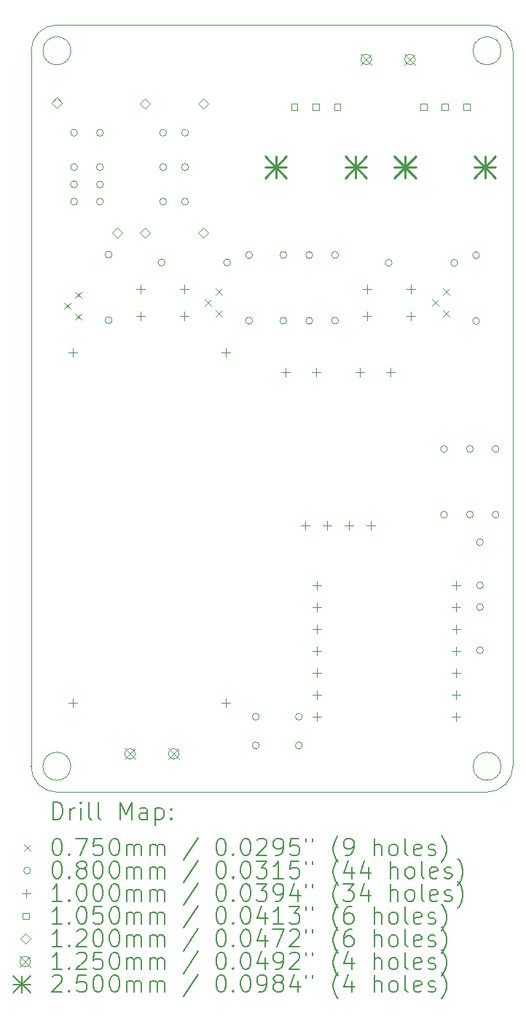
<source format=gbr>
%TF.GenerationSoftware,KiCad,Pcbnew,7.0.9*%
%TF.CreationDate,2023-12-17T20:03:05-08:00*%
%TF.ProjectId,schematic,73636865-6d61-4746-9963-2e6b69636164,rev?*%
%TF.SameCoordinates,Original*%
%TF.FileFunction,Drillmap*%
%TF.FilePolarity,Positive*%
%FSLAX45Y45*%
G04 Gerber Fmt 4.5, Leading zero omitted, Abs format (unit mm)*
G04 Created by KiCad (PCBNEW 7.0.9) date 2023-12-17 20:03:05*
%MOMM*%
%LPD*%
G01*
G04 APERTURE LIST*
%ADD10C,0.100000*%
%ADD11C,0.200000*%
%ADD12C,0.105000*%
%ADD13C,0.120000*%
%ADD14C,0.125000*%
%ADD15C,0.250000*%
G04 APERTURE END LIST*
D10*
X15462500Y-5100000D02*
G75*
G03*
X15462500Y-5100000I-162500J0D01*
G01*
X10000000Y-13400000D02*
G75*
G03*
X10300000Y-13700000I300000J0D01*
G01*
X15600000Y-5100000D02*
X15600000Y-13400000D01*
X10462500Y-5100000D02*
G75*
G03*
X10462500Y-5100000I-162500J0D01*
G01*
X15300000Y-13700000D02*
X10300000Y-13700000D01*
X10300000Y-4800000D02*
X15300000Y-4800000D01*
X15462500Y-13400000D02*
G75*
G03*
X15462500Y-13400000I-162500J0D01*
G01*
X10462500Y-13400000D02*
G75*
G03*
X10462500Y-13400000I-162500J0D01*
G01*
X15300000Y-13700000D02*
G75*
G03*
X15600000Y-13400000I0J300000D01*
G01*
X10300000Y-4800000D02*
G75*
G03*
X10000000Y-5100000I0J-300000D01*
G01*
X15600000Y-5100000D02*
G75*
G03*
X15300000Y-4800000I-300000J0D01*
G01*
X10000000Y-13400000D02*
X10000000Y-5100000D01*
D11*
D10*
X10385500Y-8020500D02*
X10460500Y-8095500D01*
X10460500Y-8020500D02*
X10385500Y-8095500D01*
X10512500Y-7893500D02*
X10587500Y-7968500D01*
X10587500Y-7893500D02*
X10512500Y-7968500D01*
X10512500Y-8147500D02*
X10587500Y-8222500D01*
X10587500Y-8147500D02*
X10512500Y-8222500D01*
X12017500Y-7983500D02*
X12092500Y-8058500D01*
X12092500Y-7983500D02*
X12017500Y-8058500D01*
X12144500Y-7856500D02*
X12219500Y-7931500D01*
X12219500Y-7856500D02*
X12144500Y-7931500D01*
X12144500Y-8110500D02*
X12219500Y-8185500D01*
X12219500Y-8110500D02*
X12144500Y-8185500D01*
X14657500Y-7983500D02*
X14732500Y-8058500D01*
X14732500Y-7983500D02*
X14657500Y-8058500D01*
X14784500Y-7856500D02*
X14859500Y-7931500D01*
X14859500Y-7856500D02*
X14784500Y-7931500D01*
X14784500Y-8110500D02*
X14859500Y-8185500D01*
X14859500Y-8110500D02*
X14784500Y-8185500D01*
X10540000Y-6050000D02*
G75*
G03*
X10540000Y-6050000I-40000J0D01*
G01*
X10540000Y-6450000D02*
G75*
G03*
X10540000Y-6450000I-40000J0D01*
G01*
X10540000Y-6650000D02*
G75*
G03*
X10540000Y-6650000I-40000J0D01*
G01*
X10540000Y-6850000D02*
G75*
G03*
X10540000Y-6850000I-40000J0D01*
G01*
X10840000Y-6050000D02*
G75*
G03*
X10840000Y-6050000I-40000J0D01*
G01*
X10840000Y-6450000D02*
G75*
G03*
X10840000Y-6450000I-40000J0D01*
G01*
X10840000Y-6650000D02*
G75*
G03*
X10840000Y-6650000I-40000J0D01*
G01*
X10840000Y-6850000D02*
G75*
G03*
X10840000Y-6850000I-40000J0D01*
G01*
X10941000Y-7464000D02*
G75*
G03*
X10941000Y-7464000I-40000J0D01*
G01*
X10941000Y-8226000D02*
G75*
G03*
X10941000Y-8226000I-40000J0D01*
G01*
X11556000Y-7556000D02*
G75*
G03*
X11556000Y-7556000I-40000J0D01*
G01*
X11575500Y-6050000D02*
G75*
G03*
X11575500Y-6050000I-40000J0D01*
G01*
X11575500Y-6450000D02*
G75*
G03*
X11575500Y-6450000I-40000J0D01*
G01*
X11575500Y-6850000D02*
G75*
G03*
X11575500Y-6850000I-40000J0D01*
G01*
X11829500Y-6050000D02*
G75*
G03*
X11829500Y-6050000I-40000J0D01*
G01*
X11829500Y-6450000D02*
G75*
G03*
X11829500Y-6450000I-40000J0D01*
G01*
X11829500Y-6850000D02*
G75*
G03*
X11829500Y-6850000I-40000J0D01*
G01*
X12318000Y-7556000D02*
G75*
G03*
X12318000Y-7556000I-40000J0D01*
G01*
X12573000Y-7469000D02*
G75*
G03*
X12573000Y-7469000I-40000J0D01*
G01*
X12573000Y-8231000D02*
G75*
G03*
X12573000Y-8231000I-40000J0D01*
G01*
X12652200Y-12824000D02*
G75*
G03*
X12652200Y-12824000I-40000J0D01*
G01*
X12652200Y-13159000D02*
G75*
G03*
X12652200Y-13159000I-40000J0D01*
G01*
X12973000Y-7469000D02*
G75*
G03*
X12973000Y-7469000I-40000J0D01*
G01*
X12973000Y-8231000D02*
G75*
G03*
X12973000Y-8231000I-40000J0D01*
G01*
X13152200Y-12824000D02*
G75*
G03*
X13152200Y-12824000I-40000J0D01*
G01*
X13152200Y-13159000D02*
G75*
G03*
X13152200Y-13159000I-40000J0D01*
G01*
X13273000Y-7469000D02*
G75*
G03*
X13273000Y-7469000I-40000J0D01*
G01*
X13273000Y-8231000D02*
G75*
G03*
X13273000Y-8231000I-40000J0D01*
G01*
X13573000Y-7469000D02*
G75*
G03*
X13573000Y-7469000I-40000J0D01*
G01*
X13573000Y-8231000D02*
G75*
G03*
X13573000Y-8231000I-40000J0D01*
G01*
X14196000Y-7561000D02*
G75*
G03*
X14196000Y-7561000I-40000J0D01*
G01*
X14840000Y-9719000D02*
G75*
G03*
X14840000Y-9719000I-40000J0D01*
G01*
X14840000Y-10481000D02*
G75*
G03*
X14840000Y-10481000I-40000J0D01*
G01*
X14958000Y-7561000D02*
G75*
G03*
X14958000Y-7561000I-40000J0D01*
G01*
X15140000Y-9719000D02*
G75*
G03*
X15140000Y-9719000I-40000J0D01*
G01*
X15140000Y-10481000D02*
G75*
G03*
X15140000Y-10481000I-40000J0D01*
G01*
X15213000Y-7471500D02*
G75*
G03*
X15213000Y-7471500I-40000J0D01*
G01*
X15213000Y-8233500D02*
G75*
G03*
X15213000Y-8233500I-40000J0D01*
G01*
X15257356Y-10800000D02*
G75*
G03*
X15257356Y-10800000I-40000J0D01*
G01*
X15257356Y-11300000D02*
G75*
G03*
X15257356Y-11300000I-40000J0D01*
G01*
X15257356Y-11554000D02*
G75*
G03*
X15257356Y-11554000I-40000J0D01*
G01*
X15257356Y-12054000D02*
G75*
G03*
X15257356Y-12054000I-40000J0D01*
G01*
X15440000Y-9719000D02*
G75*
G03*
X15440000Y-9719000I-40000J0D01*
G01*
X15440000Y-10481000D02*
G75*
G03*
X15440000Y-10481000I-40000J0D01*
G01*
X10483000Y-8550000D02*
X10483000Y-8650000D01*
X10433000Y-8600000D02*
X10533000Y-8600000D01*
X10483000Y-12614000D02*
X10483000Y-12714000D01*
X10433000Y-12664000D02*
X10533000Y-12664000D01*
X11276000Y-7816000D02*
X11276000Y-7916000D01*
X11226000Y-7866000D02*
X11326000Y-7866000D01*
X11276000Y-8126000D02*
X11276000Y-8226000D01*
X11226000Y-8176000D02*
X11326000Y-8176000D01*
X11784000Y-7816000D02*
X11784000Y-7916000D01*
X11734000Y-7866000D02*
X11834000Y-7866000D01*
X11784000Y-8126000D02*
X11784000Y-8226000D01*
X11734000Y-8176000D02*
X11834000Y-8176000D01*
X12261000Y-8550000D02*
X12261000Y-8650000D01*
X12211000Y-8600000D02*
X12311000Y-8600000D01*
X12261000Y-12614000D02*
X12261000Y-12714000D01*
X12211000Y-12664000D02*
X12311000Y-12664000D01*
X12961400Y-8775500D02*
X12961400Y-8875500D01*
X12911400Y-8825500D02*
X13011400Y-8825500D01*
X13187200Y-10553500D02*
X13187200Y-10653500D01*
X13137200Y-10603500D02*
X13237200Y-10603500D01*
X13311400Y-8775500D02*
X13311400Y-8875500D01*
X13261400Y-8825500D02*
X13361400Y-8825500D01*
X13325000Y-11250000D02*
X13325000Y-11350000D01*
X13275000Y-11300000D02*
X13375000Y-11300000D01*
X13325000Y-11504000D02*
X13325000Y-11604000D01*
X13275000Y-11554000D02*
X13375000Y-11554000D01*
X13325000Y-11758000D02*
X13325000Y-11858000D01*
X13275000Y-11808000D02*
X13375000Y-11808000D01*
X13325000Y-12012000D02*
X13325000Y-12112000D01*
X13275000Y-12062000D02*
X13375000Y-12062000D01*
X13325000Y-12266000D02*
X13325000Y-12366000D01*
X13275000Y-12316000D02*
X13375000Y-12316000D01*
X13325000Y-12520000D02*
X13325000Y-12620000D01*
X13275000Y-12570000D02*
X13375000Y-12570000D01*
X13325000Y-12774000D02*
X13325000Y-12874000D01*
X13275000Y-12824000D02*
X13375000Y-12824000D01*
X13441200Y-10553500D02*
X13441200Y-10653500D01*
X13391200Y-10603500D02*
X13491200Y-10603500D01*
X13695200Y-10553500D02*
X13695200Y-10653500D01*
X13645200Y-10603500D02*
X13745200Y-10603500D01*
X13825000Y-8775500D02*
X13825000Y-8875500D01*
X13775000Y-8825500D02*
X13875000Y-8825500D01*
X13908000Y-7816000D02*
X13908000Y-7916000D01*
X13858000Y-7866000D02*
X13958000Y-7866000D01*
X13908000Y-8126000D02*
X13908000Y-8226000D01*
X13858000Y-8176000D02*
X13958000Y-8176000D01*
X13949200Y-10553500D02*
X13949200Y-10653500D01*
X13899200Y-10603500D02*
X13999200Y-10603500D01*
X14175000Y-8775500D02*
X14175000Y-8875500D01*
X14125000Y-8825500D02*
X14225000Y-8825500D01*
X14416000Y-7816000D02*
X14416000Y-7916000D01*
X14366000Y-7866000D02*
X14466000Y-7866000D01*
X14416000Y-8126000D02*
X14416000Y-8226000D01*
X14366000Y-8176000D02*
X14466000Y-8176000D01*
X14941456Y-11250000D02*
X14941456Y-11350000D01*
X14891456Y-11300000D02*
X14991456Y-11300000D01*
X14941456Y-11504000D02*
X14941456Y-11604000D01*
X14891456Y-11554000D02*
X14991456Y-11554000D01*
X14941456Y-11758000D02*
X14941456Y-11858000D01*
X14891456Y-11808000D02*
X14991456Y-11808000D01*
X14941456Y-12012000D02*
X14941456Y-12112000D01*
X14891456Y-12062000D02*
X14991456Y-12062000D01*
X14941456Y-12266000D02*
X14941456Y-12366000D01*
X14891456Y-12316000D02*
X14991456Y-12316000D01*
X14941456Y-12520000D02*
X14941456Y-12620000D01*
X14891456Y-12570000D02*
X14991456Y-12570000D01*
X14941456Y-12774000D02*
X14941456Y-12874000D01*
X14891456Y-12824000D02*
X14991456Y-12824000D01*
D12*
X13097123Y-5787123D02*
X13097123Y-5712876D01*
X13022876Y-5712876D01*
X13022876Y-5787123D01*
X13097123Y-5787123D01*
X13347123Y-5787123D02*
X13347123Y-5712876D01*
X13272876Y-5712876D01*
X13272876Y-5787123D01*
X13347123Y-5787123D01*
X13597123Y-5787123D02*
X13597123Y-5712876D01*
X13522876Y-5712876D01*
X13522876Y-5787123D01*
X13597123Y-5787123D01*
X14597123Y-5787123D02*
X14597123Y-5712876D01*
X14522876Y-5712876D01*
X14522876Y-5787123D01*
X14597123Y-5787123D01*
X14847123Y-5787123D02*
X14847123Y-5712876D01*
X14772876Y-5712876D01*
X14772876Y-5787123D01*
X14847123Y-5787123D01*
X15097123Y-5787123D02*
X15097123Y-5712876D01*
X15022876Y-5712876D01*
X15022876Y-5787123D01*
X15097123Y-5787123D01*
D13*
X10300000Y-5761000D02*
X10360000Y-5701000D01*
X10300000Y-5641000D01*
X10240000Y-5701000D01*
X10300000Y-5761000D01*
X11000000Y-7269000D02*
X11060000Y-7209000D01*
X11000000Y-7149000D01*
X10940000Y-7209000D01*
X11000000Y-7269000D01*
X11325000Y-5770000D02*
X11385000Y-5710000D01*
X11325000Y-5650000D01*
X11265000Y-5710000D01*
X11325000Y-5770000D01*
X11325000Y-7270000D02*
X11385000Y-7210000D01*
X11325000Y-7150000D01*
X11265000Y-7210000D01*
X11325000Y-7270000D01*
X12000000Y-5770000D02*
X12060000Y-5710000D01*
X12000000Y-5650000D01*
X11940000Y-5710000D01*
X12000000Y-5770000D01*
X12000000Y-7270000D02*
X12060000Y-7210000D01*
X12000000Y-7150000D01*
X11940000Y-7210000D01*
X12000000Y-7270000D01*
D14*
X11087500Y-13192000D02*
X11212500Y-13317000D01*
X11212500Y-13192000D02*
X11087500Y-13317000D01*
X11212500Y-13254500D02*
G75*
G03*
X11212500Y-13254500I-62500J0D01*
G01*
X11595500Y-13192000D02*
X11720500Y-13317000D01*
X11720500Y-13192000D02*
X11595500Y-13317000D01*
X11720500Y-13254500D02*
G75*
G03*
X11720500Y-13254500I-62500J0D01*
G01*
X13833500Y-5137500D02*
X13958500Y-5262500D01*
X13958500Y-5137500D02*
X13833500Y-5262500D01*
X13958500Y-5200000D02*
G75*
G03*
X13958500Y-5200000I-62500J0D01*
G01*
X14341500Y-5137500D02*
X14466500Y-5262500D01*
X14466500Y-5137500D02*
X14341500Y-5262500D01*
X14466500Y-5200000D02*
G75*
G03*
X14466500Y-5200000I-62500J0D01*
G01*
D15*
X12720000Y-6325000D02*
X12970000Y-6575000D01*
X12970000Y-6325000D02*
X12720000Y-6575000D01*
X12845000Y-6325000D02*
X12845000Y-6575000D01*
X12720000Y-6450000D02*
X12970000Y-6450000D01*
X13650000Y-6325000D02*
X13900000Y-6575000D01*
X13900000Y-6325000D02*
X13650000Y-6575000D01*
X13775000Y-6325000D02*
X13775000Y-6575000D01*
X13650000Y-6450000D02*
X13900000Y-6450000D01*
X14220000Y-6325000D02*
X14470000Y-6575000D01*
X14470000Y-6325000D02*
X14220000Y-6575000D01*
X14345000Y-6325000D02*
X14345000Y-6575000D01*
X14220000Y-6450000D02*
X14470000Y-6450000D01*
X15150000Y-6325000D02*
X15400000Y-6575000D01*
X15400000Y-6325000D02*
X15150000Y-6575000D01*
X15275000Y-6325000D02*
X15275000Y-6575000D01*
X15150000Y-6450000D02*
X15400000Y-6450000D01*
D11*
X10255777Y-14016484D02*
X10255777Y-13816484D01*
X10255777Y-13816484D02*
X10303396Y-13816484D01*
X10303396Y-13816484D02*
X10331967Y-13826008D01*
X10331967Y-13826008D02*
X10351015Y-13845055D01*
X10351015Y-13845055D02*
X10360539Y-13864103D01*
X10360539Y-13864103D02*
X10370063Y-13902198D01*
X10370063Y-13902198D02*
X10370063Y-13930769D01*
X10370063Y-13930769D02*
X10360539Y-13968865D01*
X10360539Y-13968865D02*
X10351015Y-13987912D01*
X10351015Y-13987912D02*
X10331967Y-14006960D01*
X10331967Y-14006960D02*
X10303396Y-14016484D01*
X10303396Y-14016484D02*
X10255777Y-14016484D01*
X10455777Y-14016484D02*
X10455777Y-13883150D01*
X10455777Y-13921246D02*
X10465301Y-13902198D01*
X10465301Y-13902198D02*
X10474824Y-13892674D01*
X10474824Y-13892674D02*
X10493872Y-13883150D01*
X10493872Y-13883150D02*
X10512920Y-13883150D01*
X10579586Y-14016484D02*
X10579586Y-13883150D01*
X10579586Y-13816484D02*
X10570063Y-13826008D01*
X10570063Y-13826008D02*
X10579586Y-13835531D01*
X10579586Y-13835531D02*
X10589110Y-13826008D01*
X10589110Y-13826008D02*
X10579586Y-13816484D01*
X10579586Y-13816484D02*
X10579586Y-13835531D01*
X10703396Y-14016484D02*
X10684348Y-14006960D01*
X10684348Y-14006960D02*
X10674824Y-13987912D01*
X10674824Y-13987912D02*
X10674824Y-13816484D01*
X10808158Y-14016484D02*
X10789110Y-14006960D01*
X10789110Y-14006960D02*
X10779586Y-13987912D01*
X10779586Y-13987912D02*
X10779586Y-13816484D01*
X11036729Y-14016484D02*
X11036729Y-13816484D01*
X11036729Y-13816484D02*
X11103396Y-13959341D01*
X11103396Y-13959341D02*
X11170063Y-13816484D01*
X11170063Y-13816484D02*
X11170063Y-14016484D01*
X11351015Y-14016484D02*
X11351015Y-13911722D01*
X11351015Y-13911722D02*
X11341491Y-13892674D01*
X11341491Y-13892674D02*
X11322443Y-13883150D01*
X11322443Y-13883150D02*
X11284348Y-13883150D01*
X11284348Y-13883150D02*
X11265301Y-13892674D01*
X11351015Y-14006960D02*
X11331967Y-14016484D01*
X11331967Y-14016484D02*
X11284348Y-14016484D01*
X11284348Y-14016484D02*
X11265301Y-14006960D01*
X11265301Y-14006960D02*
X11255777Y-13987912D01*
X11255777Y-13987912D02*
X11255777Y-13968865D01*
X11255777Y-13968865D02*
X11265301Y-13949817D01*
X11265301Y-13949817D02*
X11284348Y-13940293D01*
X11284348Y-13940293D02*
X11331967Y-13940293D01*
X11331967Y-13940293D02*
X11351015Y-13930769D01*
X11446253Y-13883150D02*
X11446253Y-14083150D01*
X11446253Y-13892674D02*
X11465301Y-13883150D01*
X11465301Y-13883150D02*
X11503396Y-13883150D01*
X11503396Y-13883150D02*
X11522443Y-13892674D01*
X11522443Y-13892674D02*
X11531967Y-13902198D01*
X11531967Y-13902198D02*
X11541491Y-13921246D01*
X11541491Y-13921246D02*
X11541491Y-13978388D01*
X11541491Y-13978388D02*
X11531967Y-13997436D01*
X11531967Y-13997436D02*
X11522443Y-14006960D01*
X11522443Y-14006960D02*
X11503396Y-14016484D01*
X11503396Y-14016484D02*
X11465301Y-14016484D01*
X11465301Y-14016484D02*
X11446253Y-14006960D01*
X11627205Y-13997436D02*
X11636729Y-14006960D01*
X11636729Y-14006960D02*
X11627205Y-14016484D01*
X11627205Y-14016484D02*
X11617682Y-14006960D01*
X11617682Y-14006960D02*
X11627205Y-13997436D01*
X11627205Y-13997436D02*
X11627205Y-14016484D01*
X11627205Y-13892674D02*
X11636729Y-13902198D01*
X11636729Y-13902198D02*
X11627205Y-13911722D01*
X11627205Y-13911722D02*
X11617682Y-13902198D01*
X11617682Y-13902198D02*
X11627205Y-13892674D01*
X11627205Y-13892674D02*
X11627205Y-13911722D01*
D10*
X9920000Y-14307500D02*
X9995000Y-14382500D01*
X9995000Y-14307500D02*
X9920000Y-14382500D01*
D11*
X10293872Y-14236484D02*
X10312920Y-14236484D01*
X10312920Y-14236484D02*
X10331967Y-14246008D01*
X10331967Y-14246008D02*
X10341491Y-14255531D01*
X10341491Y-14255531D02*
X10351015Y-14274579D01*
X10351015Y-14274579D02*
X10360539Y-14312674D01*
X10360539Y-14312674D02*
X10360539Y-14360293D01*
X10360539Y-14360293D02*
X10351015Y-14398388D01*
X10351015Y-14398388D02*
X10341491Y-14417436D01*
X10341491Y-14417436D02*
X10331967Y-14426960D01*
X10331967Y-14426960D02*
X10312920Y-14436484D01*
X10312920Y-14436484D02*
X10293872Y-14436484D01*
X10293872Y-14436484D02*
X10274824Y-14426960D01*
X10274824Y-14426960D02*
X10265301Y-14417436D01*
X10265301Y-14417436D02*
X10255777Y-14398388D01*
X10255777Y-14398388D02*
X10246253Y-14360293D01*
X10246253Y-14360293D02*
X10246253Y-14312674D01*
X10246253Y-14312674D02*
X10255777Y-14274579D01*
X10255777Y-14274579D02*
X10265301Y-14255531D01*
X10265301Y-14255531D02*
X10274824Y-14246008D01*
X10274824Y-14246008D02*
X10293872Y-14236484D01*
X10446253Y-14417436D02*
X10455777Y-14426960D01*
X10455777Y-14426960D02*
X10446253Y-14436484D01*
X10446253Y-14436484D02*
X10436729Y-14426960D01*
X10436729Y-14426960D02*
X10446253Y-14417436D01*
X10446253Y-14417436D02*
X10446253Y-14436484D01*
X10522444Y-14236484D02*
X10655777Y-14236484D01*
X10655777Y-14236484D02*
X10570063Y-14436484D01*
X10827205Y-14236484D02*
X10731967Y-14236484D01*
X10731967Y-14236484D02*
X10722444Y-14331722D01*
X10722444Y-14331722D02*
X10731967Y-14322198D01*
X10731967Y-14322198D02*
X10751015Y-14312674D01*
X10751015Y-14312674D02*
X10798634Y-14312674D01*
X10798634Y-14312674D02*
X10817682Y-14322198D01*
X10817682Y-14322198D02*
X10827205Y-14331722D01*
X10827205Y-14331722D02*
X10836729Y-14350769D01*
X10836729Y-14350769D02*
X10836729Y-14398388D01*
X10836729Y-14398388D02*
X10827205Y-14417436D01*
X10827205Y-14417436D02*
X10817682Y-14426960D01*
X10817682Y-14426960D02*
X10798634Y-14436484D01*
X10798634Y-14436484D02*
X10751015Y-14436484D01*
X10751015Y-14436484D02*
X10731967Y-14426960D01*
X10731967Y-14426960D02*
X10722444Y-14417436D01*
X10960539Y-14236484D02*
X10979586Y-14236484D01*
X10979586Y-14236484D02*
X10998634Y-14246008D01*
X10998634Y-14246008D02*
X11008158Y-14255531D01*
X11008158Y-14255531D02*
X11017682Y-14274579D01*
X11017682Y-14274579D02*
X11027205Y-14312674D01*
X11027205Y-14312674D02*
X11027205Y-14360293D01*
X11027205Y-14360293D02*
X11017682Y-14398388D01*
X11017682Y-14398388D02*
X11008158Y-14417436D01*
X11008158Y-14417436D02*
X10998634Y-14426960D01*
X10998634Y-14426960D02*
X10979586Y-14436484D01*
X10979586Y-14436484D02*
X10960539Y-14436484D01*
X10960539Y-14436484D02*
X10941491Y-14426960D01*
X10941491Y-14426960D02*
X10931967Y-14417436D01*
X10931967Y-14417436D02*
X10922444Y-14398388D01*
X10922444Y-14398388D02*
X10912920Y-14360293D01*
X10912920Y-14360293D02*
X10912920Y-14312674D01*
X10912920Y-14312674D02*
X10922444Y-14274579D01*
X10922444Y-14274579D02*
X10931967Y-14255531D01*
X10931967Y-14255531D02*
X10941491Y-14246008D01*
X10941491Y-14246008D02*
X10960539Y-14236484D01*
X11112920Y-14436484D02*
X11112920Y-14303150D01*
X11112920Y-14322198D02*
X11122444Y-14312674D01*
X11122444Y-14312674D02*
X11141491Y-14303150D01*
X11141491Y-14303150D02*
X11170063Y-14303150D01*
X11170063Y-14303150D02*
X11189110Y-14312674D01*
X11189110Y-14312674D02*
X11198634Y-14331722D01*
X11198634Y-14331722D02*
X11198634Y-14436484D01*
X11198634Y-14331722D02*
X11208158Y-14312674D01*
X11208158Y-14312674D02*
X11227205Y-14303150D01*
X11227205Y-14303150D02*
X11255777Y-14303150D01*
X11255777Y-14303150D02*
X11274824Y-14312674D01*
X11274824Y-14312674D02*
X11284348Y-14331722D01*
X11284348Y-14331722D02*
X11284348Y-14436484D01*
X11379586Y-14436484D02*
X11379586Y-14303150D01*
X11379586Y-14322198D02*
X11389110Y-14312674D01*
X11389110Y-14312674D02*
X11408158Y-14303150D01*
X11408158Y-14303150D02*
X11436729Y-14303150D01*
X11436729Y-14303150D02*
X11455777Y-14312674D01*
X11455777Y-14312674D02*
X11465301Y-14331722D01*
X11465301Y-14331722D02*
X11465301Y-14436484D01*
X11465301Y-14331722D02*
X11474824Y-14312674D01*
X11474824Y-14312674D02*
X11493872Y-14303150D01*
X11493872Y-14303150D02*
X11522443Y-14303150D01*
X11522443Y-14303150D02*
X11541491Y-14312674D01*
X11541491Y-14312674D02*
X11551015Y-14331722D01*
X11551015Y-14331722D02*
X11551015Y-14436484D01*
X11941491Y-14226960D02*
X11770063Y-14484103D01*
X12198634Y-14236484D02*
X12217682Y-14236484D01*
X12217682Y-14236484D02*
X12236729Y-14246008D01*
X12236729Y-14246008D02*
X12246253Y-14255531D01*
X12246253Y-14255531D02*
X12255777Y-14274579D01*
X12255777Y-14274579D02*
X12265301Y-14312674D01*
X12265301Y-14312674D02*
X12265301Y-14360293D01*
X12265301Y-14360293D02*
X12255777Y-14398388D01*
X12255777Y-14398388D02*
X12246253Y-14417436D01*
X12246253Y-14417436D02*
X12236729Y-14426960D01*
X12236729Y-14426960D02*
X12217682Y-14436484D01*
X12217682Y-14436484D02*
X12198634Y-14436484D01*
X12198634Y-14436484D02*
X12179586Y-14426960D01*
X12179586Y-14426960D02*
X12170063Y-14417436D01*
X12170063Y-14417436D02*
X12160539Y-14398388D01*
X12160539Y-14398388D02*
X12151015Y-14360293D01*
X12151015Y-14360293D02*
X12151015Y-14312674D01*
X12151015Y-14312674D02*
X12160539Y-14274579D01*
X12160539Y-14274579D02*
X12170063Y-14255531D01*
X12170063Y-14255531D02*
X12179586Y-14246008D01*
X12179586Y-14246008D02*
X12198634Y-14236484D01*
X12351015Y-14417436D02*
X12360539Y-14426960D01*
X12360539Y-14426960D02*
X12351015Y-14436484D01*
X12351015Y-14436484D02*
X12341491Y-14426960D01*
X12341491Y-14426960D02*
X12351015Y-14417436D01*
X12351015Y-14417436D02*
X12351015Y-14436484D01*
X12484348Y-14236484D02*
X12503396Y-14236484D01*
X12503396Y-14236484D02*
X12522444Y-14246008D01*
X12522444Y-14246008D02*
X12531967Y-14255531D01*
X12531967Y-14255531D02*
X12541491Y-14274579D01*
X12541491Y-14274579D02*
X12551015Y-14312674D01*
X12551015Y-14312674D02*
X12551015Y-14360293D01*
X12551015Y-14360293D02*
X12541491Y-14398388D01*
X12541491Y-14398388D02*
X12531967Y-14417436D01*
X12531967Y-14417436D02*
X12522444Y-14426960D01*
X12522444Y-14426960D02*
X12503396Y-14436484D01*
X12503396Y-14436484D02*
X12484348Y-14436484D01*
X12484348Y-14436484D02*
X12465301Y-14426960D01*
X12465301Y-14426960D02*
X12455777Y-14417436D01*
X12455777Y-14417436D02*
X12446253Y-14398388D01*
X12446253Y-14398388D02*
X12436729Y-14360293D01*
X12436729Y-14360293D02*
X12436729Y-14312674D01*
X12436729Y-14312674D02*
X12446253Y-14274579D01*
X12446253Y-14274579D02*
X12455777Y-14255531D01*
X12455777Y-14255531D02*
X12465301Y-14246008D01*
X12465301Y-14246008D02*
X12484348Y-14236484D01*
X12627206Y-14255531D02*
X12636729Y-14246008D01*
X12636729Y-14246008D02*
X12655777Y-14236484D01*
X12655777Y-14236484D02*
X12703396Y-14236484D01*
X12703396Y-14236484D02*
X12722444Y-14246008D01*
X12722444Y-14246008D02*
X12731967Y-14255531D01*
X12731967Y-14255531D02*
X12741491Y-14274579D01*
X12741491Y-14274579D02*
X12741491Y-14293627D01*
X12741491Y-14293627D02*
X12731967Y-14322198D01*
X12731967Y-14322198D02*
X12617682Y-14436484D01*
X12617682Y-14436484D02*
X12741491Y-14436484D01*
X12836729Y-14436484D02*
X12874825Y-14436484D01*
X12874825Y-14436484D02*
X12893872Y-14426960D01*
X12893872Y-14426960D02*
X12903396Y-14417436D01*
X12903396Y-14417436D02*
X12922444Y-14388865D01*
X12922444Y-14388865D02*
X12931967Y-14350769D01*
X12931967Y-14350769D02*
X12931967Y-14274579D01*
X12931967Y-14274579D02*
X12922444Y-14255531D01*
X12922444Y-14255531D02*
X12912920Y-14246008D01*
X12912920Y-14246008D02*
X12893872Y-14236484D01*
X12893872Y-14236484D02*
X12855777Y-14236484D01*
X12855777Y-14236484D02*
X12836729Y-14246008D01*
X12836729Y-14246008D02*
X12827206Y-14255531D01*
X12827206Y-14255531D02*
X12817682Y-14274579D01*
X12817682Y-14274579D02*
X12817682Y-14322198D01*
X12817682Y-14322198D02*
X12827206Y-14341246D01*
X12827206Y-14341246D02*
X12836729Y-14350769D01*
X12836729Y-14350769D02*
X12855777Y-14360293D01*
X12855777Y-14360293D02*
X12893872Y-14360293D01*
X12893872Y-14360293D02*
X12912920Y-14350769D01*
X12912920Y-14350769D02*
X12922444Y-14341246D01*
X12922444Y-14341246D02*
X12931967Y-14322198D01*
X13112920Y-14236484D02*
X13017682Y-14236484D01*
X13017682Y-14236484D02*
X13008158Y-14331722D01*
X13008158Y-14331722D02*
X13017682Y-14322198D01*
X13017682Y-14322198D02*
X13036729Y-14312674D01*
X13036729Y-14312674D02*
X13084348Y-14312674D01*
X13084348Y-14312674D02*
X13103396Y-14322198D01*
X13103396Y-14322198D02*
X13112920Y-14331722D01*
X13112920Y-14331722D02*
X13122444Y-14350769D01*
X13122444Y-14350769D02*
X13122444Y-14398388D01*
X13122444Y-14398388D02*
X13112920Y-14417436D01*
X13112920Y-14417436D02*
X13103396Y-14426960D01*
X13103396Y-14426960D02*
X13084348Y-14436484D01*
X13084348Y-14436484D02*
X13036729Y-14436484D01*
X13036729Y-14436484D02*
X13017682Y-14426960D01*
X13017682Y-14426960D02*
X13008158Y-14417436D01*
X13198634Y-14236484D02*
X13198634Y-14274579D01*
X13274825Y-14236484D02*
X13274825Y-14274579D01*
X13570063Y-14512674D02*
X13560539Y-14503150D01*
X13560539Y-14503150D02*
X13541491Y-14474579D01*
X13541491Y-14474579D02*
X13531968Y-14455531D01*
X13531968Y-14455531D02*
X13522444Y-14426960D01*
X13522444Y-14426960D02*
X13512920Y-14379341D01*
X13512920Y-14379341D02*
X13512920Y-14341246D01*
X13512920Y-14341246D02*
X13522444Y-14293627D01*
X13522444Y-14293627D02*
X13531968Y-14265055D01*
X13531968Y-14265055D02*
X13541491Y-14246008D01*
X13541491Y-14246008D02*
X13560539Y-14217436D01*
X13560539Y-14217436D02*
X13570063Y-14207912D01*
X13655777Y-14436484D02*
X13693872Y-14436484D01*
X13693872Y-14436484D02*
X13712920Y-14426960D01*
X13712920Y-14426960D02*
X13722444Y-14417436D01*
X13722444Y-14417436D02*
X13741491Y-14388865D01*
X13741491Y-14388865D02*
X13751015Y-14350769D01*
X13751015Y-14350769D02*
X13751015Y-14274579D01*
X13751015Y-14274579D02*
X13741491Y-14255531D01*
X13741491Y-14255531D02*
X13731968Y-14246008D01*
X13731968Y-14246008D02*
X13712920Y-14236484D01*
X13712920Y-14236484D02*
X13674825Y-14236484D01*
X13674825Y-14236484D02*
X13655777Y-14246008D01*
X13655777Y-14246008D02*
X13646253Y-14255531D01*
X13646253Y-14255531D02*
X13636729Y-14274579D01*
X13636729Y-14274579D02*
X13636729Y-14322198D01*
X13636729Y-14322198D02*
X13646253Y-14341246D01*
X13646253Y-14341246D02*
X13655777Y-14350769D01*
X13655777Y-14350769D02*
X13674825Y-14360293D01*
X13674825Y-14360293D02*
X13712920Y-14360293D01*
X13712920Y-14360293D02*
X13731968Y-14350769D01*
X13731968Y-14350769D02*
X13741491Y-14341246D01*
X13741491Y-14341246D02*
X13751015Y-14322198D01*
X13989110Y-14436484D02*
X13989110Y-14236484D01*
X14074825Y-14436484D02*
X14074825Y-14331722D01*
X14074825Y-14331722D02*
X14065301Y-14312674D01*
X14065301Y-14312674D02*
X14046253Y-14303150D01*
X14046253Y-14303150D02*
X14017682Y-14303150D01*
X14017682Y-14303150D02*
X13998634Y-14312674D01*
X13998634Y-14312674D02*
X13989110Y-14322198D01*
X14198634Y-14436484D02*
X14179587Y-14426960D01*
X14179587Y-14426960D02*
X14170063Y-14417436D01*
X14170063Y-14417436D02*
X14160539Y-14398388D01*
X14160539Y-14398388D02*
X14160539Y-14341246D01*
X14160539Y-14341246D02*
X14170063Y-14322198D01*
X14170063Y-14322198D02*
X14179587Y-14312674D01*
X14179587Y-14312674D02*
X14198634Y-14303150D01*
X14198634Y-14303150D02*
X14227206Y-14303150D01*
X14227206Y-14303150D02*
X14246253Y-14312674D01*
X14246253Y-14312674D02*
X14255777Y-14322198D01*
X14255777Y-14322198D02*
X14265301Y-14341246D01*
X14265301Y-14341246D02*
X14265301Y-14398388D01*
X14265301Y-14398388D02*
X14255777Y-14417436D01*
X14255777Y-14417436D02*
X14246253Y-14426960D01*
X14246253Y-14426960D02*
X14227206Y-14436484D01*
X14227206Y-14436484D02*
X14198634Y-14436484D01*
X14379587Y-14436484D02*
X14360539Y-14426960D01*
X14360539Y-14426960D02*
X14351015Y-14407912D01*
X14351015Y-14407912D02*
X14351015Y-14236484D01*
X14531968Y-14426960D02*
X14512920Y-14436484D01*
X14512920Y-14436484D02*
X14474825Y-14436484D01*
X14474825Y-14436484D02*
X14455777Y-14426960D01*
X14455777Y-14426960D02*
X14446253Y-14407912D01*
X14446253Y-14407912D02*
X14446253Y-14331722D01*
X14446253Y-14331722D02*
X14455777Y-14312674D01*
X14455777Y-14312674D02*
X14474825Y-14303150D01*
X14474825Y-14303150D02*
X14512920Y-14303150D01*
X14512920Y-14303150D02*
X14531968Y-14312674D01*
X14531968Y-14312674D02*
X14541491Y-14331722D01*
X14541491Y-14331722D02*
X14541491Y-14350769D01*
X14541491Y-14350769D02*
X14446253Y-14369817D01*
X14617682Y-14426960D02*
X14636730Y-14436484D01*
X14636730Y-14436484D02*
X14674825Y-14436484D01*
X14674825Y-14436484D02*
X14693872Y-14426960D01*
X14693872Y-14426960D02*
X14703396Y-14407912D01*
X14703396Y-14407912D02*
X14703396Y-14398388D01*
X14703396Y-14398388D02*
X14693872Y-14379341D01*
X14693872Y-14379341D02*
X14674825Y-14369817D01*
X14674825Y-14369817D02*
X14646253Y-14369817D01*
X14646253Y-14369817D02*
X14627206Y-14360293D01*
X14627206Y-14360293D02*
X14617682Y-14341246D01*
X14617682Y-14341246D02*
X14617682Y-14331722D01*
X14617682Y-14331722D02*
X14627206Y-14312674D01*
X14627206Y-14312674D02*
X14646253Y-14303150D01*
X14646253Y-14303150D02*
X14674825Y-14303150D01*
X14674825Y-14303150D02*
X14693872Y-14312674D01*
X14770063Y-14512674D02*
X14779587Y-14503150D01*
X14779587Y-14503150D02*
X14798634Y-14474579D01*
X14798634Y-14474579D02*
X14808158Y-14455531D01*
X14808158Y-14455531D02*
X14817682Y-14426960D01*
X14817682Y-14426960D02*
X14827206Y-14379341D01*
X14827206Y-14379341D02*
X14827206Y-14341246D01*
X14827206Y-14341246D02*
X14817682Y-14293627D01*
X14817682Y-14293627D02*
X14808158Y-14265055D01*
X14808158Y-14265055D02*
X14798634Y-14246008D01*
X14798634Y-14246008D02*
X14779587Y-14217436D01*
X14779587Y-14217436D02*
X14770063Y-14207912D01*
D10*
X9995000Y-14609000D02*
G75*
G03*
X9995000Y-14609000I-40000J0D01*
G01*
D11*
X10293872Y-14500484D02*
X10312920Y-14500484D01*
X10312920Y-14500484D02*
X10331967Y-14510008D01*
X10331967Y-14510008D02*
X10341491Y-14519531D01*
X10341491Y-14519531D02*
X10351015Y-14538579D01*
X10351015Y-14538579D02*
X10360539Y-14576674D01*
X10360539Y-14576674D02*
X10360539Y-14624293D01*
X10360539Y-14624293D02*
X10351015Y-14662388D01*
X10351015Y-14662388D02*
X10341491Y-14681436D01*
X10341491Y-14681436D02*
X10331967Y-14690960D01*
X10331967Y-14690960D02*
X10312920Y-14700484D01*
X10312920Y-14700484D02*
X10293872Y-14700484D01*
X10293872Y-14700484D02*
X10274824Y-14690960D01*
X10274824Y-14690960D02*
X10265301Y-14681436D01*
X10265301Y-14681436D02*
X10255777Y-14662388D01*
X10255777Y-14662388D02*
X10246253Y-14624293D01*
X10246253Y-14624293D02*
X10246253Y-14576674D01*
X10246253Y-14576674D02*
X10255777Y-14538579D01*
X10255777Y-14538579D02*
X10265301Y-14519531D01*
X10265301Y-14519531D02*
X10274824Y-14510008D01*
X10274824Y-14510008D02*
X10293872Y-14500484D01*
X10446253Y-14681436D02*
X10455777Y-14690960D01*
X10455777Y-14690960D02*
X10446253Y-14700484D01*
X10446253Y-14700484D02*
X10436729Y-14690960D01*
X10436729Y-14690960D02*
X10446253Y-14681436D01*
X10446253Y-14681436D02*
X10446253Y-14700484D01*
X10570063Y-14586198D02*
X10551015Y-14576674D01*
X10551015Y-14576674D02*
X10541491Y-14567150D01*
X10541491Y-14567150D02*
X10531967Y-14548103D01*
X10531967Y-14548103D02*
X10531967Y-14538579D01*
X10531967Y-14538579D02*
X10541491Y-14519531D01*
X10541491Y-14519531D02*
X10551015Y-14510008D01*
X10551015Y-14510008D02*
X10570063Y-14500484D01*
X10570063Y-14500484D02*
X10608158Y-14500484D01*
X10608158Y-14500484D02*
X10627205Y-14510008D01*
X10627205Y-14510008D02*
X10636729Y-14519531D01*
X10636729Y-14519531D02*
X10646253Y-14538579D01*
X10646253Y-14538579D02*
X10646253Y-14548103D01*
X10646253Y-14548103D02*
X10636729Y-14567150D01*
X10636729Y-14567150D02*
X10627205Y-14576674D01*
X10627205Y-14576674D02*
X10608158Y-14586198D01*
X10608158Y-14586198D02*
X10570063Y-14586198D01*
X10570063Y-14586198D02*
X10551015Y-14595722D01*
X10551015Y-14595722D02*
X10541491Y-14605246D01*
X10541491Y-14605246D02*
X10531967Y-14624293D01*
X10531967Y-14624293D02*
X10531967Y-14662388D01*
X10531967Y-14662388D02*
X10541491Y-14681436D01*
X10541491Y-14681436D02*
X10551015Y-14690960D01*
X10551015Y-14690960D02*
X10570063Y-14700484D01*
X10570063Y-14700484D02*
X10608158Y-14700484D01*
X10608158Y-14700484D02*
X10627205Y-14690960D01*
X10627205Y-14690960D02*
X10636729Y-14681436D01*
X10636729Y-14681436D02*
X10646253Y-14662388D01*
X10646253Y-14662388D02*
X10646253Y-14624293D01*
X10646253Y-14624293D02*
X10636729Y-14605246D01*
X10636729Y-14605246D02*
X10627205Y-14595722D01*
X10627205Y-14595722D02*
X10608158Y-14586198D01*
X10770063Y-14500484D02*
X10789110Y-14500484D01*
X10789110Y-14500484D02*
X10808158Y-14510008D01*
X10808158Y-14510008D02*
X10817682Y-14519531D01*
X10817682Y-14519531D02*
X10827205Y-14538579D01*
X10827205Y-14538579D02*
X10836729Y-14576674D01*
X10836729Y-14576674D02*
X10836729Y-14624293D01*
X10836729Y-14624293D02*
X10827205Y-14662388D01*
X10827205Y-14662388D02*
X10817682Y-14681436D01*
X10817682Y-14681436D02*
X10808158Y-14690960D01*
X10808158Y-14690960D02*
X10789110Y-14700484D01*
X10789110Y-14700484D02*
X10770063Y-14700484D01*
X10770063Y-14700484D02*
X10751015Y-14690960D01*
X10751015Y-14690960D02*
X10741491Y-14681436D01*
X10741491Y-14681436D02*
X10731967Y-14662388D01*
X10731967Y-14662388D02*
X10722444Y-14624293D01*
X10722444Y-14624293D02*
X10722444Y-14576674D01*
X10722444Y-14576674D02*
X10731967Y-14538579D01*
X10731967Y-14538579D02*
X10741491Y-14519531D01*
X10741491Y-14519531D02*
X10751015Y-14510008D01*
X10751015Y-14510008D02*
X10770063Y-14500484D01*
X10960539Y-14500484D02*
X10979586Y-14500484D01*
X10979586Y-14500484D02*
X10998634Y-14510008D01*
X10998634Y-14510008D02*
X11008158Y-14519531D01*
X11008158Y-14519531D02*
X11017682Y-14538579D01*
X11017682Y-14538579D02*
X11027205Y-14576674D01*
X11027205Y-14576674D02*
X11027205Y-14624293D01*
X11027205Y-14624293D02*
X11017682Y-14662388D01*
X11017682Y-14662388D02*
X11008158Y-14681436D01*
X11008158Y-14681436D02*
X10998634Y-14690960D01*
X10998634Y-14690960D02*
X10979586Y-14700484D01*
X10979586Y-14700484D02*
X10960539Y-14700484D01*
X10960539Y-14700484D02*
X10941491Y-14690960D01*
X10941491Y-14690960D02*
X10931967Y-14681436D01*
X10931967Y-14681436D02*
X10922444Y-14662388D01*
X10922444Y-14662388D02*
X10912920Y-14624293D01*
X10912920Y-14624293D02*
X10912920Y-14576674D01*
X10912920Y-14576674D02*
X10922444Y-14538579D01*
X10922444Y-14538579D02*
X10931967Y-14519531D01*
X10931967Y-14519531D02*
X10941491Y-14510008D01*
X10941491Y-14510008D02*
X10960539Y-14500484D01*
X11112920Y-14700484D02*
X11112920Y-14567150D01*
X11112920Y-14586198D02*
X11122444Y-14576674D01*
X11122444Y-14576674D02*
X11141491Y-14567150D01*
X11141491Y-14567150D02*
X11170063Y-14567150D01*
X11170063Y-14567150D02*
X11189110Y-14576674D01*
X11189110Y-14576674D02*
X11198634Y-14595722D01*
X11198634Y-14595722D02*
X11198634Y-14700484D01*
X11198634Y-14595722D02*
X11208158Y-14576674D01*
X11208158Y-14576674D02*
X11227205Y-14567150D01*
X11227205Y-14567150D02*
X11255777Y-14567150D01*
X11255777Y-14567150D02*
X11274824Y-14576674D01*
X11274824Y-14576674D02*
X11284348Y-14595722D01*
X11284348Y-14595722D02*
X11284348Y-14700484D01*
X11379586Y-14700484D02*
X11379586Y-14567150D01*
X11379586Y-14586198D02*
X11389110Y-14576674D01*
X11389110Y-14576674D02*
X11408158Y-14567150D01*
X11408158Y-14567150D02*
X11436729Y-14567150D01*
X11436729Y-14567150D02*
X11455777Y-14576674D01*
X11455777Y-14576674D02*
X11465301Y-14595722D01*
X11465301Y-14595722D02*
X11465301Y-14700484D01*
X11465301Y-14595722D02*
X11474824Y-14576674D01*
X11474824Y-14576674D02*
X11493872Y-14567150D01*
X11493872Y-14567150D02*
X11522443Y-14567150D01*
X11522443Y-14567150D02*
X11541491Y-14576674D01*
X11541491Y-14576674D02*
X11551015Y-14595722D01*
X11551015Y-14595722D02*
X11551015Y-14700484D01*
X11941491Y-14490960D02*
X11770063Y-14748103D01*
X12198634Y-14500484D02*
X12217682Y-14500484D01*
X12217682Y-14500484D02*
X12236729Y-14510008D01*
X12236729Y-14510008D02*
X12246253Y-14519531D01*
X12246253Y-14519531D02*
X12255777Y-14538579D01*
X12255777Y-14538579D02*
X12265301Y-14576674D01*
X12265301Y-14576674D02*
X12265301Y-14624293D01*
X12265301Y-14624293D02*
X12255777Y-14662388D01*
X12255777Y-14662388D02*
X12246253Y-14681436D01*
X12246253Y-14681436D02*
X12236729Y-14690960D01*
X12236729Y-14690960D02*
X12217682Y-14700484D01*
X12217682Y-14700484D02*
X12198634Y-14700484D01*
X12198634Y-14700484D02*
X12179586Y-14690960D01*
X12179586Y-14690960D02*
X12170063Y-14681436D01*
X12170063Y-14681436D02*
X12160539Y-14662388D01*
X12160539Y-14662388D02*
X12151015Y-14624293D01*
X12151015Y-14624293D02*
X12151015Y-14576674D01*
X12151015Y-14576674D02*
X12160539Y-14538579D01*
X12160539Y-14538579D02*
X12170063Y-14519531D01*
X12170063Y-14519531D02*
X12179586Y-14510008D01*
X12179586Y-14510008D02*
X12198634Y-14500484D01*
X12351015Y-14681436D02*
X12360539Y-14690960D01*
X12360539Y-14690960D02*
X12351015Y-14700484D01*
X12351015Y-14700484D02*
X12341491Y-14690960D01*
X12341491Y-14690960D02*
X12351015Y-14681436D01*
X12351015Y-14681436D02*
X12351015Y-14700484D01*
X12484348Y-14500484D02*
X12503396Y-14500484D01*
X12503396Y-14500484D02*
X12522444Y-14510008D01*
X12522444Y-14510008D02*
X12531967Y-14519531D01*
X12531967Y-14519531D02*
X12541491Y-14538579D01*
X12541491Y-14538579D02*
X12551015Y-14576674D01*
X12551015Y-14576674D02*
X12551015Y-14624293D01*
X12551015Y-14624293D02*
X12541491Y-14662388D01*
X12541491Y-14662388D02*
X12531967Y-14681436D01*
X12531967Y-14681436D02*
X12522444Y-14690960D01*
X12522444Y-14690960D02*
X12503396Y-14700484D01*
X12503396Y-14700484D02*
X12484348Y-14700484D01*
X12484348Y-14700484D02*
X12465301Y-14690960D01*
X12465301Y-14690960D02*
X12455777Y-14681436D01*
X12455777Y-14681436D02*
X12446253Y-14662388D01*
X12446253Y-14662388D02*
X12436729Y-14624293D01*
X12436729Y-14624293D02*
X12436729Y-14576674D01*
X12436729Y-14576674D02*
X12446253Y-14538579D01*
X12446253Y-14538579D02*
X12455777Y-14519531D01*
X12455777Y-14519531D02*
X12465301Y-14510008D01*
X12465301Y-14510008D02*
X12484348Y-14500484D01*
X12617682Y-14500484D02*
X12741491Y-14500484D01*
X12741491Y-14500484D02*
X12674825Y-14576674D01*
X12674825Y-14576674D02*
X12703396Y-14576674D01*
X12703396Y-14576674D02*
X12722444Y-14586198D01*
X12722444Y-14586198D02*
X12731967Y-14595722D01*
X12731967Y-14595722D02*
X12741491Y-14614769D01*
X12741491Y-14614769D02*
X12741491Y-14662388D01*
X12741491Y-14662388D02*
X12731967Y-14681436D01*
X12731967Y-14681436D02*
X12722444Y-14690960D01*
X12722444Y-14690960D02*
X12703396Y-14700484D01*
X12703396Y-14700484D02*
X12646253Y-14700484D01*
X12646253Y-14700484D02*
X12627206Y-14690960D01*
X12627206Y-14690960D02*
X12617682Y-14681436D01*
X12931967Y-14700484D02*
X12817682Y-14700484D01*
X12874825Y-14700484D02*
X12874825Y-14500484D01*
X12874825Y-14500484D02*
X12855777Y-14529055D01*
X12855777Y-14529055D02*
X12836729Y-14548103D01*
X12836729Y-14548103D02*
X12817682Y-14557627D01*
X13112920Y-14500484D02*
X13017682Y-14500484D01*
X13017682Y-14500484D02*
X13008158Y-14595722D01*
X13008158Y-14595722D02*
X13017682Y-14586198D01*
X13017682Y-14586198D02*
X13036729Y-14576674D01*
X13036729Y-14576674D02*
X13084348Y-14576674D01*
X13084348Y-14576674D02*
X13103396Y-14586198D01*
X13103396Y-14586198D02*
X13112920Y-14595722D01*
X13112920Y-14595722D02*
X13122444Y-14614769D01*
X13122444Y-14614769D02*
X13122444Y-14662388D01*
X13122444Y-14662388D02*
X13112920Y-14681436D01*
X13112920Y-14681436D02*
X13103396Y-14690960D01*
X13103396Y-14690960D02*
X13084348Y-14700484D01*
X13084348Y-14700484D02*
X13036729Y-14700484D01*
X13036729Y-14700484D02*
X13017682Y-14690960D01*
X13017682Y-14690960D02*
X13008158Y-14681436D01*
X13198634Y-14500484D02*
X13198634Y-14538579D01*
X13274825Y-14500484D02*
X13274825Y-14538579D01*
X13570063Y-14776674D02*
X13560539Y-14767150D01*
X13560539Y-14767150D02*
X13541491Y-14738579D01*
X13541491Y-14738579D02*
X13531968Y-14719531D01*
X13531968Y-14719531D02*
X13522444Y-14690960D01*
X13522444Y-14690960D02*
X13512920Y-14643341D01*
X13512920Y-14643341D02*
X13512920Y-14605246D01*
X13512920Y-14605246D02*
X13522444Y-14557627D01*
X13522444Y-14557627D02*
X13531968Y-14529055D01*
X13531968Y-14529055D02*
X13541491Y-14510008D01*
X13541491Y-14510008D02*
X13560539Y-14481436D01*
X13560539Y-14481436D02*
X13570063Y-14471912D01*
X13731968Y-14567150D02*
X13731968Y-14700484D01*
X13684348Y-14490960D02*
X13636729Y-14633817D01*
X13636729Y-14633817D02*
X13760539Y-14633817D01*
X13922444Y-14567150D02*
X13922444Y-14700484D01*
X13874825Y-14490960D02*
X13827206Y-14633817D01*
X13827206Y-14633817D02*
X13951015Y-14633817D01*
X14179587Y-14700484D02*
X14179587Y-14500484D01*
X14265301Y-14700484D02*
X14265301Y-14595722D01*
X14265301Y-14595722D02*
X14255777Y-14576674D01*
X14255777Y-14576674D02*
X14236730Y-14567150D01*
X14236730Y-14567150D02*
X14208158Y-14567150D01*
X14208158Y-14567150D02*
X14189110Y-14576674D01*
X14189110Y-14576674D02*
X14179587Y-14586198D01*
X14389110Y-14700484D02*
X14370063Y-14690960D01*
X14370063Y-14690960D02*
X14360539Y-14681436D01*
X14360539Y-14681436D02*
X14351015Y-14662388D01*
X14351015Y-14662388D02*
X14351015Y-14605246D01*
X14351015Y-14605246D02*
X14360539Y-14586198D01*
X14360539Y-14586198D02*
X14370063Y-14576674D01*
X14370063Y-14576674D02*
X14389110Y-14567150D01*
X14389110Y-14567150D02*
X14417682Y-14567150D01*
X14417682Y-14567150D02*
X14436730Y-14576674D01*
X14436730Y-14576674D02*
X14446253Y-14586198D01*
X14446253Y-14586198D02*
X14455777Y-14605246D01*
X14455777Y-14605246D02*
X14455777Y-14662388D01*
X14455777Y-14662388D02*
X14446253Y-14681436D01*
X14446253Y-14681436D02*
X14436730Y-14690960D01*
X14436730Y-14690960D02*
X14417682Y-14700484D01*
X14417682Y-14700484D02*
X14389110Y-14700484D01*
X14570063Y-14700484D02*
X14551015Y-14690960D01*
X14551015Y-14690960D02*
X14541491Y-14671912D01*
X14541491Y-14671912D02*
X14541491Y-14500484D01*
X14722444Y-14690960D02*
X14703396Y-14700484D01*
X14703396Y-14700484D02*
X14665301Y-14700484D01*
X14665301Y-14700484D02*
X14646253Y-14690960D01*
X14646253Y-14690960D02*
X14636730Y-14671912D01*
X14636730Y-14671912D02*
X14636730Y-14595722D01*
X14636730Y-14595722D02*
X14646253Y-14576674D01*
X14646253Y-14576674D02*
X14665301Y-14567150D01*
X14665301Y-14567150D02*
X14703396Y-14567150D01*
X14703396Y-14567150D02*
X14722444Y-14576674D01*
X14722444Y-14576674D02*
X14731968Y-14595722D01*
X14731968Y-14595722D02*
X14731968Y-14614769D01*
X14731968Y-14614769D02*
X14636730Y-14633817D01*
X14808158Y-14690960D02*
X14827206Y-14700484D01*
X14827206Y-14700484D02*
X14865301Y-14700484D01*
X14865301Y-14700484D02*
X14884349Y-14690960D01*
X14884349Y-14690960D02*
X14893872Y-14671912D01*
X14893872Y-14671912D02*
X14893872Y-14662388D01*
X14893872Y-14662388D02*
X14884349Y-14643341D01*
X14884349Y-14643341D02*
X14865301Y-14633817D01*
X14865301Y-14633817D02*
X14836730Y-14633817D01*
X14836730Y-14633817D02*
X14817682Y-14624293D01*
X14817682Y-14624293D02*
X14808158Y-14605246D01*
X14808158Y-14605246D02*
X14808158Y-14595722D01*
X14808158Y-14595722D02*
X14817682Y-14576674D01*
X14817682Y-14576674D02*
X14836730Y-14567150D01*
X14836730Y-14567150D02*
X14865301Y-14567150D01*
X14865301Y-14567150D02*
X14884349Y-14576674D01*
X14960539Y-14776674D02*
X14970063Y-14767150D01*
X14970063Y-14767150D02*
X14989111Y-14738579D01*
X14989111Y-14738579D02*
X14998634Y-14719531D01*
X14998634Y-14719531D02*
X15008158Y-14690960D01*
X15008158Y-14690960D02*
X15017682Y-14643341D01*
X15017682Y-14643341D02*
X15017682Y-14605246D01*
X15017682Y-14605246D02*
X15008158Y-14557627D01*
X15008158Y-14557627D02*
X14998634Y-14529055D01*
X14998634Y-14529055D02*
X14989111Y-14510008D01*
X14989111Y-14510008D02*
X14970063Y-14481436D01*
X14970063Y-14481436D02*
X14960539Y-14471912D01*
D10*
X9945000Y-14823000D02*
X9945000Y-14923000D01*
X9895000Y-14873000D02*
X9995000Y-14873000D01*
D11*
X10360539Y-14964484D02*
X10246253Y-14964484D01*
X10303396Y-14964484D02*
X10303396Y-14764484D01*
X10303396Y-14764484D02*
X10284348Y-14793055D01*
X10284348Y-14793055D02*
X10265301Y-14812103D01*
X10265301Y-14812103D02*
X10246253Y-14821627D01*
X10446253Y-14945436D02*
X10455777Y-14954960D01*
X10455777Y-14954960D02*
X10446253Y-14964484D01*
X10446253Y-14964484D02*
X10436729Y-14954960D01*
X10436729Y-14954960D02*
X10446253Y-14945436D01*
X10446253Y-14945436D02*
X10446253Y-14964484D01*
X10579586Y-14764484D02*
X10598634Y-14764484D01*
X10598634Y-14764484D02*
X10617682Y-14774008D01*
X10617682Y-14774008D02*
X10627205Y-14783531D01*
X10627205Y-14783531D02*
X10636729Y-14802579D01*
X10636729Y-14802579D02*
X10646253Y-14840674D01*
X10646253Y-14840674D02*
X10646253Y-14888293D01*
X10646253Y-14888293D02*
X10636729Y-14926388D01*
X10636729Y-14926388D02*
X10627205Y-14945436D01*
X10627205Y-14945436D02*
X10617682Y-14954960D01*
X10617682Y-14954960D02*
X10598634Y-14964484D01*
X10598634Y-14964484D02*
X10579586Y-14964484D01*
X10579586Y-14964484D02*
X10560539Y-14954960D01*
X10560539Y-14954960D02*
X10551015Y-14945436D01*
X10551015Y-14945436D02*
X10541491Y-14926388D01*
X10541491Y-14926388D02*
X10531967Y-14888293D01*
X10531967Y-14888293D02*
X10531967Y-14840674D01*
X10531967Y-14840674D02*
X10541491Y-14802579D01*
X10541491Y-14802579D02*
X10551015Y-14783531D01*
X10551015Y-14783531D02*
X10560539Y-14774008D01*
X10560539Y-14774008D02*
X10579586Y-14764484D01*
X10770063Y-14764484D02*
X10789110Y-14764484D01*
X10789110Y-14764484D02*
X10808158Y-14774008D01*
X10808158Y-14774008D02*
X10817682Y-14783531D01*
X10817682Y-14783531D02*
X10827205Y-14802579D01*
X10827205Y-14802579D02*
X10836729Y-14840674D01*
X10836729Y-14840674D02*
X10836729Y-14888293D01*
X10836729Y-14888293D02*
X10827205Y-14926388D01*
X10827205Y-14926388D02*
X10817682Y-14945436D01*
X10817682Y-14945436D02*
X10808158Y-14954960D01*
X10808158Y-14954960D02*
X10789110Y-14964484D01*
X10789110Y-14964484D02*
X10770063Y-14964484D01*
X10770063Y-14964484D02*
X10751015Y-14954960D01*
X10751015Y-14954960D02*
X10741491Y-14945436D01*
X10741491Y-14945436D02*
X10731967Y-14926388D01*
X10731967Y-14926388D02*
X10722444Y-14888293D01*
X10722444Y-14888293D02*
X10722444Y-14840674D01*
X10722444Y-14840674D02*
X10731967Y-14802579D01*
X10731967Y-14802579D02*
X10741491Y-14783531D01*
X10741491Y-14783531D02*
X10751015Y-14774008D01*
X10751015Y-14774008D02*
X10770063Y-14764484D01*
X10960539Y-14764484D02*
X10979586Y-14764484D01*
X10979586Y-14764484D02*
X10998634Y-14774008D01*
X10998634Y-14774008D02*
X11008158Y-14783531D01*
X11008158Y-14783531D02*
X11017682Y-14802579D01*
X11017682Y-14802579D02*
X11027205Y-14840674D01*
X11027205Y-14840674D02*
X11027205Y-14888293D01*
X11027205Y-14888293D02*
X11017682Y-14926388D01*
X11017682Y-14926388D02*
X11008158Y-14945436D01*
X11008158Y-14945436D02*
X10998634Y-14954960D01*
X10998634Y-14954960D02*
X10979586Y-14964484D01*
X10979586Y-14964484D02*
X10960539Y-14964484D01*
X10960539Y-14964484D02*
X10941491Y-14954960D01*
X10941491Y-14954960D02*
X10931967Y-14945436D01*
X10931967Y-14945436D02*
X10922444Y-14926388D01*
X10922444Y-14926388D02*
X10912920Y-14888293D01*
X10912920Y-14888293D02*
X10912920Y-14840674D01*
X10912920Y-14840674D02*
X10922444Y-14802579D01*
X10922444Y-14802579D02*
X10931967Y-14783531D01*
X10931967Y-14783531D02*
X10941491Y-14774008D01*
X10941491Y-14774008D02*
X10960539Y-14764484D01*
X11112920Y-14964484D02*
X11112920Y-14831150D01*
X11112920Y-14850198D02*
X11122444Y-14840674D01*
X11122444Y-14840674D02*
X11141491Y-14831150D01*
X11141491Y-14831150D02*
X11170063Y-14831150D01*
X11170063Y-14831150D02*
X11189110Y-14840674D01*
X11189110Y-14840674D02*
X11198634Y-14859722D01*
X11198634Y-14859722D02*
X11198634Y-14964484D01*
X11198634Y-14859722D02*
X11208158Y-14840674D01*
X11208158Y-14840674D02*
X11227205Y-14831150D01*
X11227205Y-14831150D02*
X11255777Y-14831150D01*
X11255777Y-14831150D02*
X11274824Y-14840674D01*
X11274824Y-14840674D02*
X11284348Y-14859722D01*
X11284348Y-14859722D02*
X11284348Y-14964484D01*
X11379586Y-14964484D02*
X11379586Y-14831150D01*
X11379586Y-14850198D02*
X11389110Y-14840674D01*
X11389110Y-14840674D02*
X11408158Y-14831150D01*
X11408158Y-14831150D02*
X11436729Y-14831150D01*
X11436729Y-14831150D02*
X11455777Y-14840674D01*
X11455777Y-14840674D02*
X11465301Y-14859722D01*
X11465301Y-14859722D02*
X11465301Y-14964484D01*
X11465301Y-14859722D02*
X11474824Y-14840674D01*
X11474824Y-14840674D02*
X11493872Y-14831150D01*
X11493872Y-14831150D02*
X11522443Y-14831150D01*
X11522443Y-14831150D02*
X11541491Y-14840674D01*
X11541491Y-14840674D02*
X11551015Y-14859722D01*
X11551015Y-14859722D02*
X11551015Y-14964484D01*
X11941491Y-14754960D02*
X11770063Y-15012103D01*
X12198634Y-14764484D02*
X12217682Y-14764484D01*
X12217682Y-14764484D02*
X12236729Y-14774008D01*
X12236729Y-14774008D02*
X12246253Y-14783531D01*
X12246253Y-14783531D02*
X12255777Y-14802579D01*
X12255777Y-14802579D02*
X12265301Y-14840674D01*
X12265301Y-14840674D02*
X12265301Y-14888293D01*
X12265301Y-14888293D02*
X12255777Y-14926388D01*
X12255777Y-14926388D02*
X12246253Y-14945436D01*
X12246253Y-14945436D02*
X12236729Y-14954960D01*
X12236729Y-14954960D02*
X12217682Y-14964484D01*
X12217682Y-14964484D02*
X12198634Y-14964484D01*
X12198634Y-14964484D02*
X12179586Y-14954960D01*
X12179586Y-14954960D02*
X12170063Y-14945436D01*
X12170063Y-14945436D02*
X12160539Y-14926388D01*
X12160539Y-14926388D02*
X12151015Y-14888293D01*
X12151015Y-14888293D02*
X12151015Y-14840674D01*
X12151015Y-14840674D02*
X12160539Y-14802579D01*
X12160539Y-14802579D02*
X12170063Y-14783531D01*
X12170063Y-14783531D02*
X12179586Y-14774008D01*
X12179586Y-14774008D02*
X12198634Y-14764484D01*
X12351015Y-14945436D02*
X12360539Y-14954960D01*
X12360539Y-14954960D02*
X12351015Y-14964484D01*
X12351015Y-14964484D02*
X12341491Y-14954960D01*
X12341491Y-14954960D02*
X12351015Y-14945436D01*
X12351015Y-14945436D02*
X12351015Y-14964484D01*
X12484348Y-14764484D02*
X12503396Y-14764484D01*
X12503396Y-14764484D02*
X12522444Y-14774008D01*
X12522444Y-14774008D02*
X12531967Y-14783531D01*
X12531967Y-14783531D02*
X12541491Y-14802579D01*
X12541491Y-14802579D02*
X12551015Y-14840674D01*
X12551015Y-14840674D02*
X12551015Y-14888293D01*
X12551015Y-14888293D02*
X12541491Y-14926388D01*
X12541491Y-14926388D02*
X12531967Y-14945436D01*
X12531967Y-14945436D02*
X12522444Y-14954960D01*
X12522444Y-14954960D02*
X12503396Y-14964484D01*
X12503396Y-14964484D02*
X12484348Y-14964484D01*
X12484348Y-14964484D02*
X12465301Y-14954960D01*
X12465301Y-14954960D02*
X12455777Y-14945436D01*
X12455777Y-14945436D02*
X12446253Y-14926388D01*
X12446253Y-14926388D02*
X12436729Y-14888293D01*
X12436729Y-14888293D02*
X12436729Y-14840674D01*
X12436729Y-14840674D02*
X12446253Y-14802579D01*
X12446253Y-14802579D02*
X12455777Y-14783531D01*
X12455777Y-14783531D02*
X12465301Y-14774008D01*
X12465301Y-14774008D02*
X12484348Y-14764484D01*
X12617682Y-14764484D02*
X12741491Y-14764484D01*
X12741491Y-14764484D02*
X12674825Y-14840674D01*
X12674825Y-14840674D02*
X12703396Y-14840674D01*
X12703396Y-14840674D02*
X12722444Y-14850198D01*
X12722444Y-14850198D02*
X12731967Y-14859722D01*
X12731967Y-14859722D02*
X12741491Y-14878769D01*
X12741491Y-14878769D02*
X12741491Y-14926388D01*
X12741491Y-14926388D02*
X12731967Y-14945436D01*
X12731967Y-14945436D02*
X12722444Y-14954960D01*
X12722444Y-14954960D02*
X12703396Y-14964484D01*
X12703396Y-14964484D02*
X12646253Y-14964484D01*
X12646253Y-14964484D02*
X12627206Y-14954960D01*
X12627206Y-14954960D02*
X12617682Y-14945436D01*
X12836729Y-14964484D02*
X12874825Y-14964484D01*
X12874825Y-14964484D02*
X12893872Y-14954960D01*
X12893872Y-14954960D02*
X12903396Y-14945436D01*
X12903396Y-14945436D02*
X12922444Y-14916865D01*
X12922444Y-14916865D02*
X12931967Y-14878769D01*
X12931967Y-14878769D02*
X12931967Y-14802579D01*
X12931967Y-14802579D02*
X12922444Y-14783531D01*
X12922444Y-14783531D02*
X12912920Y-14774008D01*
X12912920Y-14774008D02*
X12893872Y-14764484D01*
X12893872Y-14764484D02*
X12855777Y-14764484D01*
X12855777Y-14764484D02*
X12836729Y-14774008D01*
X12836729Y-14774008D02*
X12827206Y-14783531D01*
X12827206Y-14783531D02*
X12817682Y-14802579D01*
X12817682Y-14802579D02*
X12817682Y-14850198D01*
X12817682Y-14850198D02*
X12827206Y-14869246D01*
X12827206Y-14869246D02*
X12836729Y-14878769D01*
X12836729Y-14878769D02*
X12855777Y-14888293D01*
X12855777Y-14888293D02*
X12893872Y-14888293D01*
X12893872Y-14888293D02*
X12912920Y-14878769D01*
X12912920Y-14878769D02*
X12922444Y-14869246D01*
X12922444Y-14869246D02*
X12931967Y-14850198D01*
X13103396Y-14831150D02*
X13103396Y-14964484D01*
X13055777Y-14754960D02*
X13008158Y-14897817D01*
X13008158Y-14897817D02*
X13131967Y-14897817D01*
X13198634Y-14764484D02*
X13198634Y-14802579D01*
X13274825Y-14764484D02*
X13274825Y-14802579D01*
X13570063Y-15040674D02*
X13560539Y-15031150D01*
X13560539Y-15031150D02*
X13541491Y-15002579D01*
X13541491Y-15002579D02*
X13531968Y-14983531D01*
X13531968Y-14983531D02*
X13522444Y-14954960D01*
X13522444Y-14954960D02*
X13512920Y-14907341D01*
X13512920Y-14907341D02*
X13512920Y-14869246D01*
X13512920Y-14869246D02*
X13522444Y-14821627D01*
X13522444Y-14821627D02*
X13531968Y-14793055D01*
X13531968Y-14793055D02*
X13541491Y-14774008D01*
X13541491Y-14774008D02*
X13560539Y-14745436D01*
X13560539Y-14745436D02*
X13570063Y-14735912D01*
X13627206Y-14764484D02*
X13751015Y-14764484D01*
X13751015Y-14764484D02*
X13684348Y-14840674D01*
X13684348Y-14840674D02*
X13712920Y-14840674D01*
X13712920Y-14840674D02*
X13731968Y-14850198D01*
X13731968Y-14850198D02*
X13741491Y-14859722D01*
X13741491Y-14859722D02*
X13751015Y-14878769D01*
X13751015Y-14878769D02*
X13751015Y-14926388D01*
X13751015Y-14926388D02*
X13741491Y-14945436D01*
X13741491Y-14945436D02*
X13731968Y-14954960D01*
X13731968Y-14954960D02*
X13712920Y-14964484D01*
X13712920Y-14964484D02*
X13655777Y-14964484D01*
X13655777Y-14964484D02*
X13636729Y-14954960D01*
X13636729Y-14954960D02*
X13627206Y-14945436D01*
X13922444Y-14831150D02*
X13922444Y-14964484D01*
X13874825Y-14754960D02*
X13827206Y-14897817D01*
X13827206Y-14897817D02*
X13951015Y-14897817D01*
X14179587Y-14964484D02*
X14179587Y-14764484D01*
X14265301Y-14964484D02*
X14265301Y-14859722D01*
X14265301Y-14859722D02*
X14255777Y-14840674D01*
X14255777Y-14840674D02*
X14236730Y-14831150D01*
X14236730Y-14831150D02*
X14208158Y-14831150D01*
X14208158Y-14831150D02*
X14189110Y-14840674D01*
X14189110Y-14840674D02*
X14179587Y-14850198D01*
X14389110Y-14964484D02*
X14370063Y-14954960D01*
X14370063Y-14954960D02*
X14360539Y-14945436D01*
X14360539Y-14945436D02*
X14351015Y-14926388D01*
X14351015Y-14926388D02*
X14351015Y-14869246D01*
X14351015Y-14869246D02*
X14360539Y-14850198D01*
X14360539Y-14850198D02*
X14370063Y-14840674D01*
X14370063Y-14840674D02*
X14389110Y-14831150D01*
X14389110Y-14831150D02*
X14417682Y-14831150D01*
X14417682Y-14831150D02*
X14436730Y-14840674D01*
X14436730Y-14840674D02*
X14446253Y-14850198D01*
X14446253Y-14850198D02*
X14455777Y-14869246D01*
X14455777Y-14869246D02*
X14455777Y-14926388D01*
X14455777Y-14926388D02*
X14446253Y-14945436D01*
X14446253Y-14945436D02*
X14436730Y-14954960D01*
X14436730Y-14954960D02*
X14417682Y-14964484D01*
X14417682Y-14964484D02*
X14389110Y-14964484D01*
X14570063Y-14964484D02*
X14551015Y-14954960D01*
X14551015Y-14954960D02*
X14541491Y-14935912D01*
X14541491Y-14935912D02*
X14541491Y-14764484D01*
X14722444Y-14954960D02*
X14703396Y-14964484D01*
X14703396Y-14964484D02*
X14665301Y-14964484D01*
X14665301Y-14964484D02*
X14646253Y-14954960D01*
X14646253Y-14954960D02*
X14636730Y-14935912D01*
X14636730Y-14935912D02*
X14636730Y-14859722D01*
X14636730Y-14859722D02*
X14646253Y-14840674D01*
X14646253Y-14840674D02*
X14665301Y-14831150D01*
X14665301Y-14831150D02*
X14703396Y-14831150D01*
X14703396Y-14831150D02*
X14722444Y-14840674D01*
X14722444Y-14840674D02*
X14731968Y-14859722D01*
X14731968Y-14859722D02*
X14731968Y-14878769D01*
X14731968Y-14878769D02*
X14636730Y-14897817D01*
X14808158Y-14954960D02*
X14827206Y-14964484D01*
X14827206Y-14964484D02*
X14865301Y-14964484D01*
X14865301Y-14964484D02*
X14884349Y-14954960D01*
X14884349Y-14954960D02*
X14893872Y-14935912D01*
X14893872Y-14935912D02*
X14893872Y-14926388D01*
X14893872Y-14926388D02*
X14884349Y-14907341D01*
X14884349Y-14907341D02*
X14865301Y-14897817D01*
X14865301Y-14897817D02*
X14836730Y-14897817D01*
X14836730Y-14897817D02*
X14817682Y-14888293D01*
X14817682Y-14888293D02*
X14808158Y-14869246D01*
X14808158Y-14869246D02*
X14808158Y-14859722D01*
X14808158Y-14859722D02*
X14817682Y-14840674D01*
X14817682Y-14840674D02*
X14836730Y-14831150D01*
X14836730Y-14831150D02*
X14865301Y-14831150D01*
X14865301Y-14831150D02*
X14884349Y-14840674D01*
X14960539Y-15040674D02*
X14970063Y-15031150D01*
X14970063Y-15031150D02*
X14989111Y-15002579D01*
X14989111Y-15002579D02*
X14998634Y-14983531D01*
X14998634Y-14983531D02*
X15008158Y-14954960D01*
X15008158Y-14954960D02*
X15017682Y-14907341D01*
X15017682Y-14907341D02*
X15017682Y-14869246D01*
X15017682Y-14869246D02*
X15008158Y-14821627D01*
X15008158Y-14821627D02*
X14998634Y-14793055D01*
X14998634Y-14793055D02*
X14989111Y-14774008D01*
X14989111Y-14774008D02*
X14970063Y-14745436D01*
X14970063Y-14745436D02*
X14960539Y-14735912D01*
D12*
X9979624Y-15174123D02*
X9979624Y-15099876D01*
X9905377Y-15099876D01*
X9905377Y-15174123D01*
X9979624Y-15174123D01*
D11*
X10360539Y-15228484D02*
X10246253Y-15228484D01*
X10303396Y-15228484D02*
X10303396Y-15028484D01*
X10303396Y-15028484D02*
X10284348Y-15057055D01*
X10284348Y-15057055D02*
X10265301Y-15076103D01*
X10265301Y-15076103D02*
X10246253Y-15085627D01*
X10446253Y-15209436D02*
X10455777Y-15218960D01*
X10455777Y-15218960D02*
X10446253Y-15228484D01*
X10446253Y-15228484D02*
X10436729Y-15218960D01*
X10436729Y-15218960D02*
X10446253Y-15209436D01*
X10446253Y-15209436D02*
X10446253Y-15228484D01*
X10579586Y-15028484D02*
X10598634Y-15028484D01*
X10598634Y-15028484D02*
X10617682Y-15038008D01*
X10617682Y-15038008D02*
X10627205Y-15047531D01*
X10627205Y-15047531D02*
X10636729Y-15066579D01*
X10636729Y-15066579D02*
X10646253Y-15104674D01*
X10646253Y-15104674D02*
X10646253Y-15152293D01*
X10646253Y-15152293D02*
X10636729Y-15190388D01*
X10636729Y-15190388D02*
X10627205Y-15209436D01*
X10627205Y-15209436D02*
X10617682Y-15218960D01*
X10617682Y-15218960D02*
X10598634Y-15228484D01*
X10598634Y-15228484D02*
X10579586Y-15228484D01*
X10579586Y-15228484D02*
X10560539Y-15218960D01*
X10560539Y-15218960D02*
X10551015Y-15209436D01*
X10551015Y-15209436D02*
X10541491Y-15190388D01*
X10541491Y-15190388D02*
X10531967Y-15152293D01*
X10531967Y-15152293D02*
X10531967Y-15104674D01*
X10531967Y-15104674D02*
X10541491Y-15066579D01*
X10541491Y-15066579D02*
X10551015Y-15047531D01*
X10551015Y-15047531D02*
X10560539Y-15038008D01*
X10560539Y-15038008D02*
X10579586Y-15028484D01*
X10827205Y-15028484D02*
X10731967Y-15028484D01*
X10731967Y-15028484D02*
X10722444Y-15123722D01*
X10722444Y-15123722D02*
X10731967Y-15114198D01*
X10731967Y-15114198D02*
X10751015Y-15104674D01*
X10751015Y-15104674D02*
X10798634Y-15104674D01*
X10798634Y-15104674D02*
X10817682Y-15114198D01*
X10817682Y-15114198D02*
X10827205Y-15123722D01*
X10827205Y-15123722D02*
X10836729Y-15142769D01*
X10836729Y-15142769D02*
X10836729Y-15190388D01*
X10836729Y-15190388D02*
X10827205Y-15209436D01*
X10827205Y-15209436D02*
X10817682Y-15218960D01*
X10817682Y-15218960D02*
X10798634Y-15228484D01*
X10798634Y-15228484D02*
X10751015Y-15228484D01*
X10751015Y-15228484D02*
X10731967Y-15218960D01*
X10731967Y-15218960D02*
X10722444Y-15209436D01*
X10960539Y-15028484D02*
X10979586Y-15028484D01*
X10979586Y-15028484D02*
X10998634Y-15038008D01*
X10998634Y-15038008D02*
X11008158Y-15047531D01*
X11008158Y-15047531D02*
X11017682Y-15066579D01*
X11017682Y-15066579D02*
X11027205Y-15104674D01*
X11027205Y-15104674D02*
X11027205Y-15152293D01*
X11027205Y-15152293D02*
X11017682Y-15190388D01*
X11017682Y-15190388D02*
X11008158Y-15209436D01*
X11008158Y-15209436D02*
X10998634Y-15218960D01*
X10998634Y-15218960D02*
X10979586Y-15228484D01*
X10979586Y-15228484D02*
X10960539Y-15228484D01*
X10960539Y-15228484D02*
X10941491Y-15218960D01*
X10941491Y-15218960D02*
X10931967Y-15209436D01*
X10931967Y-15209436D02*
X10922444Y-15190388D01*
X10922444Y-15190388D02*
X10912920Y-15152293D01*
X10912920Y-15152293D02*
X10912920Y-15104674D01*
X10912920Y-15104674D02*
X10922444Y-15066579D01*
X10922444Y-15066579D02*
X10931967Y-15047531D01*
X10931967Y-15047531D02*
X10941491Y-15038008D01*
X10941491Y-15038008D02*
X10960539Y-15028484D01*
X11112920Y-15228484D02*
X11112920Y-15095150D01*
X11112920Y-15114198D02*
X11122444Y-15104674D01*
X11122444Y-15104674D02*
X11141491Y-15095150D01*
X11141491Y-15095150D02*
X11170063Y-15095150D01*
X11170063Y-15095150D02*
X11189110Y-15104674D01*
X11189110Y-15104674D02*
X11198634Y-15123722D01*
X11198634Y-15123722D02*
X11198634Y-15228484D01*
X11198634Y-15123722D02*
X11208158Y-15104674D01*
X11208158Y-15104674D02*
X11227205Y-15095150D01*
X11227205Y-15095150D02*
X11255777Y-15095150D01*
X11255777Y-15095150D02*
X11274824Y-15104674D01*
X11274824Y-15104674D02*
X11284348Y-15123722D01*
X11284348Y-15123722D02*
X11284348Y-15228484D01*
X11379586Y-15228484D02*
X11379586Y-15095150D01*
X11379586Y-15114198D02*
X11389110Y-15104674D01*
X11389110Y-15104674D02*
X11408158Y-15095150D01*
X11408158Y-15095150D02*
X11436729Y-15095150D01*
X11436729Y-15095150D02*
X11455777Y-15104674D01*
X11455777Y-15104674D02*
X11465301Y-15123722D01*
X11465301Y-15123722D02*
X11465301Y-15228484D01*
X11465301Y-15123722D02*
X11474824Y-15104674D01*
X11474824Y-15104674D02*
X11493872Y-15095150D01*
X11493872Y-15095150D02*
X11522443Y-15095150D01*
X11522443Y-15095150D02*
X11541491Y-15104674D01*
X11541491Y-15104674D02*
X11551015Y-15123722D01*
X11551015Y-15123722D02*
X11551015Y-15228484D01*
X11941491Y-15018960D02*
X11770063Y-15276103D01*
X12198634Y-15028484D02*
X12217682Y-15028484D01*
X12217682Y-15028484D02*
X12236729Y-15038008D01*
X12236729Y-15038008D02*
X12246253Y-15047531D01*
X12246253Y-15047531D02*
X12255777Y-15066579D01*
X12255777Y-15066579D02*
X12265301Y-15104674D01*
X12265301Y-15104674D02*
X12265301Y-15152293D01*
X12265301Y-15152293D02*
X12255777Y-15190388D01*
X12255777Y-15190388D02*
X12246253Y-15209436D01*
X12246253Y-15209436D02*
X12236729Y-15218960D01*
X12236729Y-15218960D02*
X12217682Y-15228484D01*
X12217682Y-15228484D02*
X12198634Y-15228484D01*
X12198634Y-15228484D02*
X12179586Y-15218960D01*
X12179586Y-15218960D02*
X12170063Y-15209436D01*
X12170063Y-15209436D02*
X12160539Y-15190388D01*
X12160539Y-15190388D02*
X12151015Y-15152293D01*
X12151015Y-15152293D02*
X12151015Y-15104674D01*
X12151015Y-15104674D02*
X12160539Y-15066579D01*
X12160539Y-15066579D02*
X12170063Y-15047531D01*
X12170063Y-15047531D02*
X12179586Y-15038008D01*
X12179586Y-15038008D02*
X12198634Y-15028484D01*
X12351015Y-15209436D02*
X12360539Y-15218960D01*
X12360539Y-15218960D02*
X12351015Y-15228484D01*
X12351015Y-15228484D02*
X12341491Y-15218960D01*
X12341491Y-15218960D02*
X12351015Y-15209436D01*
X12351015Y-15209436D02*
X12351015Y-15228484D01*
X12484348Y-15028484D02*
X12503396Y-15028484D01*
X12503396Y-15028484D02*
X12522444Y-15038008D01*
X12522444Y-15038008D02*
X12531967Y-15047531D01*
X12531967Y-15047531D02*
X12541491Y-15066579D01*
X12541491Y-15066579D02*
X12551015Y-15104674D01*
X12551015Y-15104674D02*
X12551015Y-15152293D01*
X12551015Y-15152293D02*
X12541491Y-15190388D01*
X12541491Y-15190388D02*
X12531967Y-15209436D01*
X12531967Y-15209436D02*
X12522444Y-15218960D01*
X12522444Y-15218960D02*
X12503396Y-15228484D01*
X12503396Y-15228484D02*
X12484348Y-15228484D01*
X12484348Y-15228484D02*
X12465301Y-15218960D01*
X12465301Y-15218960D02*
X12455777Y-15209436D01*
X12455777Y-15209436D02*
X12446253Y-15190388D01*
X12446253Y-15190388D02*
X12436729Y-15152293D01*
X12436729Y-15152293D02*
X12436729Y-15104674D01*
X12436729Y-15104674D02*
X12446253Y-15066579D01*
X12446253Y-15066579D02*
X12455777Y-15047531D01*
X12455777Y-15047531D02*
X12465301Y-15038008D01*
X12465301Y-15038008D02*
X12484348Y-15028484D01*
X12722444Y-15095150D02*
X12722444Y-15228484D01*
X12674825Y-15018960D02*
X12627206Y-15161817D01*
X12627206Y-15161817D02*
X12751015Y-15161817D01*
X12931967Y-15228484D02*
X12817682Y-15228484D01*
X12874825Y-15228484D02*
X12874825Y-15028484D01*
X12874825Y-15028484D02*
X12855777Y-15057055D01*
X12855777Y-15057055D02*
X12836729Y-15076103D01*
X12836729Y-15076103D02*
X12817682Y-15085627D01*
X12998634Y-15028484D02*
X13122444Y-15028484D01*
X13122444Y-15028484D02*
X13055777Y-15104674D01*
X13055777Y-15104674D02*
X13084348Y-15104674D01*
X13084348Y-15104674D02*
X13103396Y-15114198D01*
X13103396Y-15114198D02*
X13112920Y-15123722D01*
X13112920Y-15123722D02*
X13122444Y-15142769D01*
X13122444Y-15142769D02*
X13122444Y-15190388D01*
X13122444Y-15190388D02*
X13112920Y-15209436D01*
X13112920Y-15209436D02*
X13103396Y-15218960D01*
X13103396Y-15218960D02*
X13084348Y-15228484D01*
X13084348Y-15228484D02*
X13027206Y-15228484D01*
X13027206Y-15228484D02*
X13008158Y-15218960D01*
X13008158Y-15218960D02*
X12998634Y-15209436D01*
X13198634Y-15028484D02*
X13198634Y-15066579D01*
X13274825Y-15028484D02*
X13274825Y-15066579D01*
X13570063Y-15304674D02*
X13560539Y-15295150D01*
X13560539Y-15295150D02*
X13541491Y-15266579D01*
X13541491Y-15266579D02*
X13531968Y-15247531D01*
X13531968Y-15247531D02*
X13522444Y-15218960D01*
X13522444Y-15218960D02*
X13512920Y-15171341D01*
X13512920Y-15171341D02*
X13512920Y-15133246D01*
X13512920Y-15133246D02*
X13522444Y-15085627D01*
X13522444Y-15085627D02*
X13531968Y-15057055D01*
X13531968Y-15057055D02*
X13541491Y-15038008D01*
X13541491Y-15038008D02*
X13560539Y-15009436D01*
X13560539Y-15009436D02*
X13570063Y-14999912D01*
X13731968Y-15028484D02*
X13693872Y-15028484D01*
X13693872Y-15028484D02*
X13674825Y-15038008D01*
X13674825Y-15038008D02*
X13665301Y-15047531D01*
X13665301Y-15047531D02*
X13646253Y-15076103D01*
X13646253Y-15076103D02*
X13636729Y-15114198D01*
X13636729Y-15114198D02*
X13636729Y-15190388D01*
X13636729Y-15190388D02*
X13646253Y-15209436D01*
X13646253Y-15209436D02*
X13655777Y-15218960D01*
X13655777Y-15218960D02*
X13674825Y-15228484D01*
X13674825Y-15228484D02*
X13712920Y-15228484D01*
X13712920Y-15228484D02*
X13731968Y-15218960D01*
X13731968Y-15218960D02*
X13741491Y-15209436D01*
X13741491Y-15209436D02*
X13751015Y-15190388D01*
X13751015Y-15190388D02*
X13751015Y-15142769D01*
X13751015Y-15142769D02*
X13741491Y-15123722D01*
X13741491Y-15123722D02*
X13731968Y-15114198D01*
X13731968Y-15114198D02*
X13712920Y-15104674D01*
X13712920Y-15104674D02*
X13674825Y-15104674D01*
X13674825Y-15104674D02*
X13655777Y-15114198D01*
X13655777Y-15114198D02*
X13646253Y-15123722D01*
X13646253Y-15123722D02*
X13636729Y-15142769D01*
X13989110Y-15228484D02*
X13989110Y-15028484D01*
X14074825Y-15228484D02*
X14074825Y-15123722D01*
X14074825Y-15123722D02*
X14065301Y-15104674D01*
X14065301Y-15104674D02*
X14046253Y-15095150D01*
X14046253Y-15095150D02*
X14017682Y-15095150D01*
X14017682Y-15095150D02*
X13998634Y-15104674D01*
X13998634Y-15104674D02*
X13989110Y-15114198D01*
X14198634Y-15228484D02*
X14179587Y-15218960D01*
X14179587Y-15218960D02*
X14170063Y-15209436D01*
X14170063Y-15209436D02*
X14160539Y-15190388D01*
X14160539Y-15190388D02*
X14160539Y-15133246D01*
X14160539Y-15133246D02*
X14170063Y-15114198D01*
X14170063Y-15114198D02*
X14179587Y-15104674D01*
X14179587Y-15104674D02*
X14198634Y-15095150D01*
X14198634Y-15095150D02*
X14227206Y-15095150D01*
X14227206Y-15095150D02*
X14246253Y-15104674D01*
X14246253Y-15104674D02*
X14255777Y-15114198D01*
X14255777Y-15114198D02*
X14265301Y-15133246D01*
X14265301Y-15133246D02*
X14265301Y-15190388D01*
X14265301Y-15190388D02*
X14255777Y-15209436D01*
X14255777Y-15209436D02*
X14246253Y-15218960D01*
X14246253Y-15218960D02*
X14227206Y-15228484D01*
X14227206Y-15228484D02*
X14198634Y-15228484D01*
X14379587Y-15228484D02*
X14360539Y-15218960D01*
X14360539Y-15218960D02*
X14351015Y-15199912D01*
X14351015Y-15199912D02*
X14351015Y-15028484D01*
X14531968Y-15218960D02*
X14512920Y-15228484D01*
X14512920Y-15228484D02*
X14474825Y-15228484D01*
X14474825Y-15228484D02*
X14455777Y-15218960D01*
X14455777Y-15218960D02*
X14446253Y-15199912D01*
X14446253Y-15199912D02*
X14446253Y-15123722D01*
X14446253Y-15123722D02*
X14455777Y-15104674D01*
X14455777Y-15104674D02*
X14474825Y-15095150D01*
X14474825Y-15095150D02*
X14512920Y-15095150D01*
X14512920Y-15095150D02*
X14531968Y-15104674D01*
X14531968Y-15104674D02*
X14541491Y-15123722D01*
X14541491Y-15123722D02*
X14541491Y-15142769D01*
X14541491Y-15142769D02*
X14446253Y-15161817D01*
X14617682Y-15218960D02*
X14636730Y-15228484D01*
X14636730Y-15228484D02*
X14674825Y-15228484D01*
X14674825Y-15228484D02*
X14693872Y-15218960D01*
X14693872Y-15218960D02*
X14703396Y-15199912D01*
X14703396Y-15199912D02*
X14703396Y-15190388D01*
X14703396Y-15190388D02*
X14693872Y-15171341D01*
X14693872Y-15171341D02*
X14674825Y-15161817D01*
X14674825Y-15161817D02*
X14646253Y-15161817D01*
X14646253Y-15161817D02*
X14627206Y-15152293D01*
X14627206Y-15152293D02*
X14617682Y-15133246D01*
X14617682Y-15133246D02*
X14617682Y-15123722D01*
X14617682Y-15123722D02*
X14627206Y-15104674D01*
X14627206Y-15104674D02*
X14646253Y-15095150D01*
X14646253Y-15095150D02*
X14674825Y-15095150D01*
X14674825Y-15095150D02*
X14693872Y-15104674D01*
X14770063Y-15304674D02*
X14779587Y-15295150D01*
X14779587Y-15295150D02*
X14798634Y-15266579D01*
X14798634Y-15266579D02*
X14808158Y-15247531D01*
X14808158Y-15247531D02*
X14817682Y-15218960D01*
X14817682Y-15218960D02*
X14827206Y-15171341D01*
X14827206Y-15171341D02*
X14827206Y-15133246D01*
X14827206Y-15133246D02*
X14817682Y-15085627D01*
X14817682Y-15085627D02*
X14808158Y-15057055D01*
X14808158Y-15057055D02*
X14798634Y-15038008D01*
X14798634Y-15038008D02*
X14779587Y-15009436D01*
X14779587Y-15009436D02*
X14770063Y-14999912D01*
D13*
X9935000Y-15461000D02*
X9995000Y-15401000D01*
X9935000Y-15341000D01*
X9875000Y-15401000D01*
X9935000Y-15461000D01*
D11*
X10360539Y-15492484D02*
X10246253Y-15492484D01*
X10303396Y-15492484D02*
X10303396Y-15292484D01*
X10303396Y-15292484D02*
X10284348Y-15321055D01*
X10284348Y-15321055D02*
X10265301Y-15340103D01*
X10265301Y-15340103D02*
X10246253Y-15349627D01*
X10446253Y-15473436D02*
X10455777Y-15482960D01*
X10455777Y-15482960D02*
X10446253Y-15492484D01*
X10446253Y-15492484D02*
X10436729Y-15482960D01*
X10436729Y-15482960D02*
X10446253Y-15473436D01*
X10446253Y-15473436D02*
X10446253Y-15492484D01*
X10531967Y-15311531D02*
X10541491Y-15302008D01*
X10541491Y-15302008D02*
X10560539Y-15292484D01*
X10560539Y-15292484D02*
X10608158Y-15292484D01*
X10608158Y-15292484D02*
X10627205Y-15302008D01*
X10627205Y-15302008D02*
X10636729Y-15311531D01*
X10636729Y-15311531D02*
X10646253Y-15330579D01*
X10646253Y-15330579D02*
X10646253Y-15349627D01*
X10646253Y-15349627D02*
X10636729Y-15378198D01*
X10636729Y-15378198D02*
X10522444Y-15492484D01*
X10522444Y-15492484D02*
X10646253Y-15492484D01*
X10770063Y-15292484D02*
X10789110Y-15292484D01*
X10789110Y-15292484D02*
X10808158Y-15302008D01*
X10808158Y-15302008D02*
X10817682Y-15311531D01*
X10817682Y-15311531D02*
X10827205Y-15330579D01*
X10827205Y-15330579D02*
X10836729Y-15368674D01*
X10836729Y-15368674D02*
X10836729Y-15416293D01*
X10836729Y-15416293D02*
X10827205Y-15454388D01*
X10827205Y-15454388D02*
X10817682Y-15473436D01*
X10817682Y-15473436D02*
X10808158Y-15482960D01*
X10808158Y-15482960D02*
X10789110Y-15492484D01*
X10789110Y-15492484D02*
X10770063Y-15492484D01*
X10770063Y-15492484D02*
X10751015Y-15482960D01*
X10751015Y-15482960D02*
X10741491Y-15473436D01*
X10741491Y-15473436D02*
X10731967Y-15454388D01*
X10731967Y-15454388D02*
X10722444Y-15416293D01*
X10722444Y-15416293D02*
X10722444Y-15368674D01*
X10722444Y-15368674D02*
X10731967Y-15330579D01*
X10731967Y-15330579D02*
X10741491Y-15311531D01*
X10741491Y-15311531D02*
X10751015Y-15302008D01*
X10751015Y-15302008D02*
X10770063Y-15292484D01*
X10960539Y-15292484D02*
X10979586Y-15292484D01*
X10979586Y-15292484D02*
X10998634Y-15302008D01*
X10998634Y-15302008D02*
X11008158Y-15311531D01*
X11008158Y-15311531D02*
X11017682Y-15330579D01*
X11017682Y-15330579D02*
X11027205Y-15368674D01*
X11027205Y-15368674D02*
X11027205Y-15416293D01*
X11027205Y-15416293D02*
X11017682Y-15454388D01*
X11017682Y-15454388D02*
X11008158Y-15473436D01*
X11008158Y-15473436D02*
X10998634Y-15482960D01*
X10998634Y-15482960D02*
X10979586Y-15492484D01*
X10979586Y-15492484D02*
X10960539Y-15492484D01*
X10960539Y-15492484D02*
X10941491Y-15482960D01*
X10941491Y-15482960D02*
X10931967Y-15473436D01*
X10931967Y-15473436D02*
X10922444Y-15454388D01*
X10922444Y-15454388D02*
X10912920Y-15416293D01*
X10912920Y-15416293D02*
X10912920Y-15368674D01*
X10912920Y-15368674D02*
X10922444Y-15330579D01*
X10922444Y-15330579D02*
X10931967Y-15311531D01*
X10931967Y-15311531D02*
X10941491Y-15302008D01*
X10941491Y-15302008D02*
X10960539Y-15292484D01*
X11112920Y-15492484D02*
X11112920Y-15359150D01*
X11112920Y-15378198D02*
X11122444Y-15368674D01*
X11122444Y-15368674D02*
X11141491Y-15359150D01*
X11141491Y-15359150D02*
X11170063Y-15359150D01*
X11170063Y-15359150D02*
X11189110Y-15368674D01*
X11189110Y-15368674D02*
X11198634Y-15387722D01*
X11198634Y-15387722D02*
X11198634Y-15492484D01*
X11198634Y-15387722D02*
X11208158Y-15368674D01*
X11208158Y-15368674D02*
X11227205Y-15359150D01*
X11227205Y-15359150D02*
X11255777Y-15359150D01*
X11255777Y-15359150D02*
X11274824Y-15368674D01*
X11274824Y-15368674D02*
X11284348Y-15387722D01*
X11284348Y-15387722D02*
X11284348Y-15492484D01*
X11379586Y-15492484D02*
X11379586Y-15359150D01*
X11379586Y-15378198D02*
X11389110Y-15368674D01*
X11389110Y-15368674D02*
X11408158Y-15359150D01*
X11408158Y-15359150D02*
X11436729Y-15359150D01*
X11436729Y-15359150D02*
X11455777Y-15368674D01*
X11455777Y-15368674D02*
X11465301Y-15387722D01*
X11465301Y-15387722D02*
X11465301Y-15492484D01*
X11465301Y-15387722D02*
X11474824Y-15368674D01*
X11474824Y-15368674D02*
X11493872Y-15359150D01*
X11493872Y-15359150D02*
X11522443Y-15359150D01*
X11522443Y-15359150D02*
X11541491Y-15368674D01*
X11541491Y-15368674D02*
X11551015Y-15387722D01*
X11551015Y-15387722D02*
X11551015Y-15492484D01*
X11941491Y-15282960D02*
X11770063Y-15540103D01*
X12198634Y-15292484D02*
X12217682Y-15292484D01*
X12217682Y-15292484D02*
X12236729Y-15302008D01*
X12236729Y-15302008D02*
X12246253Y-15311531D01*
X12246253Y-15311531D02*
X12255777Y-15330579D01*
X12255777Y-15330579D02*
X12265301Y-15368674D01*
X12265301Y-15368674D02*
X12265301Y-15416293D01*
X12265301Y-15416293D02*
X12255777Y-15454388D01*
X12255777Y-15454388D02*
X12246253Y-15473436D01*
X12246253Y-15473436D02*
X12236729Y-15482960D01*
X12236729Y-15482960D02*
X12217682Y-15492484D01*
X12217682Y-15492484D02*
X12198634Y-15492484D01*
X12198634Y-15492484D02*
X12179586Y-15482960D01*
X12179586Y-15482960D02*
X12170063Y-15473436D01*
X12170063Y-15473436D02*
X12160539Y-15454388D01*
X12160539Y-15454388D02*
X12151015Y-15416293D01*
X12151015Y-15416293D02*
X12151015Y-15368674D01*
X12151015Y-15368674D02*
X12160539Y-15330579D01*
X12160539Y-15330579D02*
X12170063Y-15311531D01*
X12170063Y-15311531D02*
X12179586Y-15302008D01*
X12179586Y-15302008D02*
X12198634Y-15292484D01*
X12351015Y-15473436D02*
X12360539Y-15482960D01*
X12360539Y-15482960D02*
X12351015Y-15492484D01*
X12351015Y-15492484D02*
X12341491Y-15482960D01*
X12341491Y-15482960D02*
X12351015Y-15473436D01*
X12351015Y-15473436D02*
X12351015Y-15492484D01*
X12484348Y-15292484D02*
X12503396Y-15292484D01*
X12503396Y-15292484D02*
X12522444Y-15302008D01*
X12522444Y-15302008D02*
X12531967Y-15311531D01*
X12531967Y-15311531D02*
X12541491Y-15330579D01*
X12541491Y-15330579D02*
X12551015Y-15368674D01*
X12551015Y-15368674D02*
X12551015Y-15416293D01*
X12551015Y-15416293D02*
X12541491Y-15454388D01*
X12541491Y-15454388D02*
X12531967Y-15473436D01*
X12531967Y-15473436D02*
X12522444Y-15482960D01*
X12522444Y-15482960D02*
X12503396Y-15492484D01*
X12503396Y-15492484D02*
X12484348Y-15492484D01*
X12484348Y-15492484D02*
X12465301Y-15482960D01*
X12465301Y-15482960D02*
X12455777Y-15473436D01*
X12455777Y-15473436D02*
X12446253Y-15454388D01*
X12446253Y-15454388D02*
X12436729Y-15416293D01*
X12436729Y-15416293D02*
X12436729Y-15368674D01*
X12436729Y-15368674D02*
X12446253Y-15330579D01*
X12446253Y-15330579D02*
X12455777Y-15311531D01*
X12455777Y-15311531D02*
X12465301Y-15302008D01*
X12465301Y-15302008D02*
X12484348Y-15292484D01*
X12722444Y-15359150D02*
X12722444Y-15492484D01*
X12674825Y-15282960D02*
X12627206Y-15425817D01*
X12627206Y-15425817D02*
X12751015Y-15425817D01*
X12808158Y-15292484D02*
X12941491Y-15292484D01*
X12941491Y-15292484D02*
X12855777Y-15492484D01*
X13008158Y-15311531D02*
X13017682Y-15302008D01*
X13017682Y-15302008D02*
X13036729Y-15292484D01*
X13036729Y-15292484D02*
X13084348Y-15292484D01*
X13084348Y-15292484D02*
X13103396Y-15302008D01*
X13103396Y-15302008D02*
X13112920Y-15311531D01*
X13112920Y-15311531D02*
X13122444Y-15330579D01*
X13122444Y-15330579D02*
X13122444Y-15349627D01*
X13122444Y-15349627D02*
X13112920Y-15378198D01*
X13112920Y-15378198D02*
X12998634Y-15492484D01*
X12998634Y-15492484D02*
X13122444Y-15492484D01*
X13198634Y-15292484D02*
X13198634Y-15330579D01*
X13274825Y-15292484D02*
X13274825Y-15330579D01*
X13570063Y-15568674D02*
X13560539Y-15559150D01*
X13560539Y-15559150D02*
X13541491Y-15530579D01*
X13541491Y-15530579D02*
X13531968Y-15511531D01*
X13531968Y-15511531D02*
X13522444Y-15482960D01*
X13522444Y-15482960D02*
X13512920Y-15435341D01*
X13512920Y-15435341D02*
X13512920Y-15397246D01*
X13512920Y-15397246D02*
X13522444Y-15349627D01*
X13522444Y-15349627D02*
X13531968Y-15321055D01*
X13531968Y-15321055D02*
X13541491Y-15302008D01*
X13541491Y-15302008D02*
X13560539Y-15273436D01*
X13560539Y-15273436D02*
X13570063Y-15263912D01*
X13731968Y-15292484D02*
X13693872Y-15292484D01*
X13693872Y-15292484D02*
X13674825Y-15302008D01*
X13674825Y-15302008D02*
X13665301Y-15311531D01*
X13665301Y-15311531D02*
X13646253Y-15340103D01*
X13646253Y-15340103D02*
X13636729Y-15378198D01*
X13636729Y-15378198D02*
X13636729Y-15454388D01*
X13636729Y-15454388D02*
X13646253Y-15473436D01*
X13646253Y-15473436D02*
X13655777Y-15482960D01*
X13655777Y-15482960D02*
X13674825Y-15492484D01*
X13674825Y-15492484D02*
X13712920Y-15492484D01*
X13712920Y-15492484D02*
X13731968Y-15482960D01*
X13731968Y-15482960D02*
X13741491Y-15473436D01*
X13741491Y-15473436D02*
X13751015Y-15454388D01*
X13751015Y-15454388D02*
X13751015Y-15406769D01*
X13751015Y-15406769D02*
X13741491Y-15387722D01*
X13741491Y-15387722D02*
X13731968Y-15378198D01*
X13731968Y-15378198D02*
X13712920Y-15368674D01*
X13712920Y-15368674D02*
X13674825Y-15368674D01*
X13674825Y-15368674D02*
X13655777Y-15378198D01*
X13655777Y-15378198D02*
X13646253Y-15387722D01*
X13646253Y-15387722D02*
X13636729Y-15406769D01*
X13989110Y-15492484D02*
X13989110Y-15292484D01*
X14074825Y-15492484D02*
X14074825Y-15387722D01*
X14074825Y-15387722D02*
X14065301Y-15368674D01*
X14065301Y-15368674D02*
X14046253Y-15359150D01*
X14046253Y-15359150D02*
X14017682Y-15359150D01*
X14017682Y-15359150D02*
X13998634Y-15368674D01*
X13998634Y-15368674D02*
X13989110Y-15378198D01*
X14198634Y-15492484D02*
X14179587Y-15482960D01*
X14179587Y-15482960D02*
X14170063Y-15473436D01*
X14170063Y-15473436D02*
X14160539Y-15454388D01*
X14160539Y-15454388D02*
X14160539Y-15397246D01*
X14160539Y-15397246D02*
X14170063Y-15378198D01*
X14170063Y-15378198D02*
X14179587Y-15368674D01*
X14179587Y-15368674D02*
X14198634Y-15359150D01*
X14198634Y-15359150D02*
X14227206Y-15359150D01*
X14227206Y-15359150D02*
X14246253Y-15368674D01*
X14246253Y-15368674D02*
X14255777Y-15378198D01*
X14255777Y-15378198D02*
X14265301Y-15397246D01*
X14265301Y-15397246D02*
X14265301Y-15454388D01*
X14265301Y-15454388D02*
X14255777Y-15473436D01*
X14255777Y-15473436D02*
X14246253Y-15482960D01*
X14246253Y-15482960D02*
X14227206Y-15492484D01*
X14227206Y-15492484D02*
X14198634Y-15492484D01*
X14379587Y-15492484D02*
X14360539Y-15482960D01*
X14360539Y-15482960D02*
X14351015Y-15463912D01*
X14351015Y-15463912D02*
X14351015Y-15292484D01*
X14531968Y-15482960D02*
X14512920Y-15492484D01*
X14512920Y-15492484D02*
X14474825Y-15492484D01*
X14474825Y-15492484D02*
X14455777Y-15482960D01*
X14455777Y-15482960D02*
X14446253Y-15463912D01*
X14446253Y-15463912D02*
X14446253Y-15387722D01*
X14446253Y-15387722D02*
X14455777Y-15368674D01*
X14455777Y-15368674D02*
X14474825Y-15359150D01*
X14474825Y-15359150D02*
X14512920Y-15359150D01*
X14512920Y-15359150D02*
X14531968Y-15368674D01*
X14531968Y-15368674D02*
X14541491Y-15387722D01*
X14541491Y-15387722D02*
X14541491Y-15406769D01*
X14541491Y-15406769D02*
X14446253Y-15425817D01*
X14617682Y-15482960D02*
X14636730Y-15492484D01*
X14636730Y-15492484D02*
X14674825Y-15492484D01*
X14674825Y-15492484D02*
X14693872Y-15482960D01*
X14693872Y-15482960D02*
X14703396Y-15463912D01*
X14703396Y-15463912D02*
X14703396Y-15454388D01*
X14703396Y-15454388D02*
X14693872Y-15435341D01*
X14693872Y-15435341D02*
X14674825Y-15425817D01*
X14674825Y-15425817D02*
X14646253Y-15425817D01*
X14646253Y-15425817D02*
X14627206Y-15416293D01*
X14627206Y-15416293D02*
X14617682Y-15397246D01*
X14617682Y-15397246D02*
X14617682Y-15387722D01*
X14617682Y-15387722D02*
X14627206Y-15368674D01*
X14627206Y-15368674D02*
X14646253Y-15359150D01*
X14646253Y-15359150D02*
X14674825Y-15359150D01*
X14674825Y-15359150D02*
X14693872Y-15368674D01*
X14770063Y-15568674D02*
X14779587Y-15559150D01*
X14779587Y-15559150D02*
X14798634Y-15530579D01*
X14798634Y-15530579D02*
X14808158Y-15511531D01*
X14808158Y-15511531D02*
X14817682Y-15482960D01*
X14817682Y-15482960D02*
X14827206Y-15435341D01*
X14827206Y-15435341D02*
X14827206Y-15397246D01*
X14827206Y-15397246D02*
X14817682Y-15349627D01*
X14817682Y-15349627D02*
X14808158Y-15321055D01*
X14808158Y-15321055D02*
X14798634Y-15302008D01*
X14798634Y-15302008D02*
X14779587Y-15273436D01*
X14779587Y-15273436D02*
X14770063Y-15263912D01*
D14*
X9870000Y-15602500D02*
X9995000Y-15727500D01*
X9995000Y-15602500D02*
X9870000Y-15727500D01*
X9995000Y-15665000D02*
G75*
G03*
X9995000Y-15665000I-62500J0D01*
G01*
D11*
X10360539Y-15756484D02*
X10246253Y-15756484D01*
X10303396Y-15756484D02*
X10303396Y-15556484D01*
X10303396Y-15556484D02*
X10284348Y-15585055D01*
X10284348Y-15585055D02*
X10265301Y-15604103D01*
X10265301Y-15604103D02*
X10246253Y-15613627D01*
X10446253Y-15737436D02*
X10455777Y-15746960D01*
X10455777Y-15746960D02*
X10446253Y-15756484D01*
X10446253Y-15756484D02*
X10436729Y-15746960D01*
X10436729Y-15746960D02*
X10446253Y-15737436D01*
X10446253Y-15737436D02*
X10446253Y-15756484D01*
X10531967Y-15575531D02*
X10541491Y-15566008D01*
X10541491Y-15566008D02*
X10560539Y-15556484D01*
X10560539Y-15556484D02*
X10608158Y-15556484D01*
X10608158Y-15556484D02*
X10627205Y-15566008D01*
X10627205Y-15566008D02*
X10636729Y-15575531D01*
X10636729Y-15575531D02*
X10646253Y-15594579D01*
X10646253Y-15594579D02*
X10646253Y-15613627D01*
X10646253Y-15613627D02*
X10636729Y-15642198D01*
X10636729Y-15642198D02*
X10522444Y-15756484D01*
X10522444Y-15756484D02*
X10646253Y-15756484D01*
X10827205Y-15556484D02*
X10731967Y-15556484D01*
X10731967Y-15556484D02*
X10722444Y-15651722D01*
X10722444Y-15651722D02*
X10731967Y-15642198D01*
X10731967Y-15642198D02*
X10751015Y-15632674D01*
X10751015Y-15632674D02*
X10798634Y-15632674D01*
X10798634Y-15632674D02*
X10817682Y-15642198D01*
X10817682Y-15642198D02*
X10827205Y-15651722D01*
X10827205Y-15651722D02*
X10836729Y-15670769D01*
X10836729Y-15670769D02*
X10836729Y-15718388D01*
X10836729Y-15718388D02*
X10827205Y-15737436D01*
X10827205Y-15737436D02*
X10817682Y-15746960D01*
X10817682Y-15746960D02*
X10798634Y-15756484D01*
X10798634Y-15756484D02*
X10751015Y-15756484D01*
X10751015Y-15756484D02*
X10731967Y-15746960D01*
X10731967Y-15746960D02*
X10722444Y-15737436D01*
X10960539Y-15556484D02*
X10979586Y-15556484D01*
X10979586Y-15556484D02*
X10998634Y-15566008D01*
X10998634Y-15566008D02*
X11008158Y-15575531D01*
X11008158Y-15575531D02*
X11017682Y-15594579D01*
X11017682Y-15594579D02*
X11027205Y-15632674D01*
X11027205Y-15632674D02*
X11027205Y-15680293D01*
X11027205Y-15680293D02*
X11017682Y-15718388D01*
X11017682Y-15718388D02*
X11008158Y-15737436D01*
X11008158Y-15737436D02*
X10998634Y-15746960D01*
X10998634Y-15746960D02*
X10979586Y-15756484D01*
X10979586Y-15756484D02*
X10960539Y-15756484D01*
X10960539Y-15756484D02*
X10941491Y-15746960D01*
X10941491Y-15746960D02*
X10931967Y-15737436D01*
X10931967Y-15737436D02*
X10922444Y-15718388D01*
X10922444Y-15718388D02*
X10912920Y-15680293D01*
X10912920Y-15680293D02*
X10912920Y-15632674D01*
X10912920Y-15632674D02*
X10922444Y-15594579D01*
X10922444Y-15594579D02*
X10931967Y-15575531D01*
X10931967Y-15575531D02*
X10941491Y-15566008D01*
X10941491Y-15566008D02*
X10960539Y-15556484D01*
X11112920Y-15756484D02*
X11112920Y-15623150D01*
X11112920Y-15642198D02*
X11122444Y-15632674D01*
X11122444Y-15632674D02*
X11141491Y-15623150D01*
X11141491Y-15623150D02*
X11170063Y-15623150D01*
X11170063Y-15623150D02*
X11189110Y-15632674D01*
X11189110Y-15632674D02*
X11198634Y-15651722D01*
X11198634Y-15651722D02*
X11198634Y-15756484D01*
X11198634Y-15651722D02*
X11208158Y-15632674D01*
X11208158Y-15632674D02*
X11227205Y-15623150D01*
X11227205Y-15623150D02*
X11255777Y-15623150D01*
X11255777Y-15623150D02*
X11274824Y-15632674D01*
X11274824Y-15632674D02*
X11284348Y-15651722D01*
X11284348Y-15651722D02*
X11284348Y-15756484D01*
X11379586Y-15756484D02*
X11379586Y-15623150D01*
X11379586Y-15642198D02*
X11389110Y-15632674D01*
X11389110Y-15632674D02*
X11408158Y-15623150D01*
X11408158Y-15623150D02*
X11436729Y-15623150D01*
X11436729Y-15623150D02*
X11455777Y-15632674D01*
X11455777Y-15632674D02*
X11465301Y-15651722D01*
X11465301Y-15651722D02*
X11465301Y-15756484D01*
X11465301Y-15651722D02*
X11474824Y-15632674D01*
X11474824Y-15632674D02*
X11493872Y-15623150D01*
X11493872Y-15623150D02*
X11522443Y-15623150D01*
X11522443Y-15623150D02*
X11541491Y-15632674D01*
X11541491Y-15632674D02*
X11551015Y-15651722D01*
X11551015Y-15651722D02*
X11551015Y-15756484D01*
X11941491Y-15546960D02*
X11770063Y-15804103D01*
X12198634Y-15556484D02*
X12217682Y-15556484D01*
X12217682Y-15556484D02*
X12236729Y-15566008D01*
X12236729Y-15566008D02*
X12246253Y-15575531D01*
X12246253Y-15575531D02*
X12255777Y-15594579D01*
X12255777Y-15594579D02*
X12265301Y-15632674D01*
X12265301Y-15632674D02*
X12265301Y-15680293D01*
X12265301Y-15680293D02*
X12255777Y-15718388D01*
X12255777Y-15718388D02*
X12246253Y-15737436D01*
X12246253Y-15737436D02*
X12236729Y-15746960D01*
X12236729Y-15746960D02*
X12217682Y-15756484D01*
X12217682Y-15756484D02*
X12198634Y-15756484D01*
X12198634Y-15756484D02*
X12179586Y-15746960D01*
X12179586Y-15746960D02*
X12170063Y-15737436D01*
X12170063Y-15737436D02*
X12160539Y-15718388D01*
X12160539Y-15718388D02*
X12151015Y-15680293D01*
X12151015Y-15680293D02*
X12151015Y-15632674D01*
X12151015Y-15632674D02*
X12160539Y-15594579D01*
X12160539Y-15594579D02*
X12170063Y-15575531D01*
X12170063Y-15575531D02*
X12179586Y-15566008D01*
X12179586Y-15566008D02*
X12198634Y-15556484D01*
X12351015Y-15737436D02*
X12360539Y-15746960D01*
X12360539Y-15746960D02*
X12351015Y-15756484D01*
X12351015Y-15756484D02*
X12341491Y-15746960D01*
X12341491Y-15746960D02*
X12351015Y-15737436D01*
X12351015Y-15737436D02*
X12351015Y-15756484D01*
X12484348Y-15556484D02*
X12503396Y-15556484D01*
X12503396Y-15556484D02*
X12522444Y-15566008D01*
X12522444Y-15566008D02*
X12531967Y-15575531D01*
X12531967Y-15575531D02*
X12541491Y-15594579D01*
X12541491Y-15594579D02*
X12551015Y-15632674D01*
X12551015Y-15632674D02*
X12551015Y-15680293D01*
X12551015Y-15680293D02*
X12541491Y-15718388D01*
X12541491Y-15718388D02*
X12531967Y-15737436D01*
X12531967Y-15737436D02*
X12522444Y-15746960D01*
X12522444Y-15746960D02*
X12503396Y-15756484D01*
X12503396Y-15756484D02*
X12484348Y-15756484D01*
X12484348Y-15756484D02*
X12465301Y-15746960D01*
X12465301Y-15746960D02*
X12455777Y-15737436D01*
X12455777Y-15737436D02*
X12446253Y-15718388D01*
X12446253Y-15718388D02*
X12436729Y-15680293D01*
X12436729Y-15680293D02*
X12436729Y-15632674D01*
X12436729Y-15632674D02*
X12446253Y-15594579D01*
X12446253Y-15594579D02*
X12455777Y-15575531D01*
X12455777Y-15575531D02*
X12465301Y-15566008D01*
X12465301Y-15566008D02*
X12484348Y-15556484D01*
X12722444Y-15623150D02*
X12722444Y-15756484D01*
X12674825Y-15546960D02*
X12627206Y-15689817D01*
X12627206Y-15689817D02*
X12751015Y-15689817D01*
X12836729Y-15756484D02*
X12874825Y-15756484D01*
X12874825Y-15756484D02*
X12893872Y-15746960D01*
X12893872Y-15746960D02*
X12903396Y-15737436D01*
X12903396Y-15737436D02*
X12922444Y-15708865D01*
X12922444Y-15708865D02*
X12931967Y-15670769D01*
X12931967Y-15670769D02*
X12931967Y-15594579D01*
X12931967Y-15594579D02*
X12922444Y-15575531D01*
X12922444Y-15575531D02*
X12912920Y-15566008D01*
X12912920Y-15566008D02*
X12893872Y-15556484D01*
X12893872Y-15556484D02*
X12855777Y-15556484D01*
X12855777Y-15556484D02*
X12836729Y-15566008D01*
X12836729Y-15566008D02*
X12827206Y-15575531D01*
X12827206Y-15575531D02*
X12817682Y-15594579D01*
X12817682Y-15594579D02*
X12817682Y-15642198D01*
X12817682Y-15642198D02*
X12827206Y-15661246D01*
X12827206Y-15661246D02*
X12836729Y-15670769D01*
X12836729Y-15670769D02*
X12855777Y-15680293D01*
X12855777Y-15680293D02*
X12893872Y-15680293D01*
X12893872Y-15680293D02*
X12912920Y-15670769D01*
X12912920Y-15670769D02*
X12922444Y-15661246D01*
X12922444Y-15661246D02*
X12931967Y-15642198D01*
X13008158Y-15575531D02*
X13017682Y-15566008D01*
X13017682Y-15566008D02*
X13036729Y-15556484D01*
X13036729Y-15556484D02*
X13084348Y-15556484D01*
X13084348Y-15556484D02*
X13103396Y-15566008D01*
X13103396Y-15566008D02*
X13112920Y-15575531D01*
X13112920Y-15575531D02*
X13122444Y-15594579D01*
X13122444Y-15594579D02*
X13122444Y-15613627D01*
X13122444Y-15613627D02*
X13112920Y-15642198D01*
X13112920Y-15642198D02*
X12998634Y-15756484D01*
X12998634Y-15756484D02*
X13122444Y-15756484D01*
X13198634Y-15556484D02*
X13198634Y-15594579D01*
X13274825Y-15556484D02*
X13274825Y-15594579D01*
X13570063Y-15832674D02*
X13560539Y-15823150D01*
X13560539Y-15823150D02*
X13541491Y-15794579D01*
X13541491Y-15794579D02*
X13531968Y-15775531D01*
X13531968Y-15775531D02*
X13522444Y-15746960D01*
X13522444Y-15746960D02*
X13512920Y-15699341D01*
X13512920Y-15699341D02*
X13512920Y-15661246D01*
X13512920Y-15661246D02*
X13522444Y-15613627D01*
X13522444Y-15613627D02*
X13531968Y-15585055D01*
X13531968Y-15585055D02*
X13541491Y-15566008D01*
X13541491Y-15566008D02*
X13560539Y-15537436D01*
X13560539Y-15537436D02*
X13570063Y-15527912D01*
X13731968Y-15623150D02*
X13731968Y-15756484D01*
X13684348Y-15546960D02*
X13636729Y-15689817D01*
X13636729Y-15689817D02*
X13760539Y-15689817D01*
X13989110Y-15756484D02*
X13989110Y-15556484D01*
X14074825Y-15756484D02*
X14074825Y-15651722D01*
X14074825Y-15651722D02*
X14065301Y-15632674D01*
X14065301Y-15632674D02*
X14046253Y-15623150D01*
X14046253Y-15623150D02*
X14017682Y-15623150D01*
X14017682Y-15623150D02*
X13998634Y-15632674D01*
X13998634Y-15632674D02*
X13989110Y-15642198D01*
X14198634Y-15756484D02*
X14179587Y-15746960D01*
X14179587Y-15746960D02*
X14170063Y-15737436D01*
X14170063Y-15737436D02*
X14160539Y-15718388D01*
X14160539Y-15718388D02*
X14160539Y-15661246D01*
X14160539Y-15661246D02*
X14170063Y-15642198D01*
X14170063Y-15642198D02*
X14179587Y-15632674D01*
X14179587Y-15632674D02*
X14198634Y-15623150D01*
X14198634Y-15623150D02*
X14227206Y-15623150D01*
X14227206Y-15623150D02*
X14246253Y-15632674D01*
X14246253Y-15632674D02*
X14255777Y-15642198D01*
X14255777Y-15642198D02*
X14265301Y-15661246D01*
X14265301Y-15661246D02*
X14265301Y-15718388D01*
X14265301Y-15718388D02*
X14255777Y-15737436D01*
X14255777Y-15737436D02*
X14246253Y-15746960D01*
X14246253Y-15746960D02*
X14227206Y-15756484D01*
X14227206Y-15756484D02*
X14198634Y-15756484D01*
X14379587Y-15756484D02*
X14360539Y-15746960D01*
X14360539Y-15746960D02*
X14351015Y-15727912D01*
X14351015Y-15727912D02*
X14351015Y-15556484D01*
X14531968Y-15746960D02*
X14512920Y-15756484D01*
X14512920Y-15756484D02*
X14474825Y-15756484D01*
X14474825Y-15756484D02*
X14455777Y-15746960D01*
X14455777Y-15746960D02*
X14446253Y-15727912D01*
X14446253Y-15727912D02*
X14446253Y-15651722D01*
X14446253Y-15651722D02*
X14455777Y-15632674D01*
X14455777Y-15632674D02*
X14474825Y-15623150D01*
X14474825Y-15623150D02*
X14512920Y-15623150D01*
X14512920Y-15623150D02*
X14531968Y-15632674D01*
X14531968Y-15632674D02*
X14541491Y-15651722D01*
X14541491Y-15651722D02*
X14541491Y-15670769D01*
X14541491Y-15670769D02*
X14446253Y-15689817D01*
X14617682Y-15746960D02*
X14636730Y-15756484D01*
X14636730Y-15756484D02*
X14674825Y-15756484D01*
X14674825Y-15756484D02*
X14693872Y-15746960D01*
X14693872Y-15746960D02*
X14703396Y-15727912D01*
X14703396Y-15727912D02*
X14703396Y-15718388D01*
X14703396Y-15718388D02*
X14693872Y-15699341D01*
X14693872Y-15699341D02*
X14674825Y-15689817D01*
X14674825Y-15689817D02*
X14646253Y-15689817D01*
X14646253Y-15689817D02*
X14627206Y-15680293D01*
X14627206Y-15680293D02*
X14617682Y-15661246D01*
X14617682Y-15661246D02*
X14617682Y-15651722D01*
X14617682Y-15651722D02*
X14627206Y-15632674D01*
X14627206Y-15632674D02*
X14646253Y-15623150D01*
X14646253Y-15623150D02*
X14674825Y-15623150D01*
X14674825Y-15623150D02*
X14693872Y-15632674D01*
X14770063Y-15832674D02*
X14779587Y-15823150D01*
X14779587Y-15823150D02*
X14798634Y-15794579D01*
X14798634Y-15794579D02*
X14808158Y-15775531D01*
X14808158Y-15775531D02*
X14817682Y-15746960D01*
X14817682Y-15746960D02*
X14827206Y-15699341D01*
X14827206Y-15699341D02*
X14827206Y-15661246D01*
X14827206Y-15661246D02*
X14817682Y-15613627D01*
X14817682Y-15613627D02*
X14808158Y-15585055D01*
X14808158Y-15585055D02*
X14798634Y-15566008D01*
X14798634Y-15566008D02*
X14779587Y-15537436D01*
X14779587Y-15537436D02*
X14770063Y-15527912D01*
X9795000Y-15829000D02*
X9995000Y-16029000D01*
X9995000Y-15829000D02*
X9795000Y-16029000D01*
X9895000Y-15829000D02*
X9895000Y-16029000D01*
X9795000Y-15929000D02*
X9995000Y-15929000D01*
X10246253Y-15839531D02*
X10255777Y-15830008D01*
X10255777Y-15830008D02*
X10274824Y-15820484D01*
X10274824Y-15820484D02*
X10322444Y-15820484D01*
X10322444Y-15820484D02*
X10341491Y-15830008D01*
X10341491Y-15830008D02*
X10351015Y-15839531D01*
X10351015Y-15839531D02*
X10360539Y-15858579D01*
X10360539Y-15858579D02*
X10360539Y-15877627D01*
X10360539Y-15877627D02*
X10351015Y-15906198D01*
X10351015Y-15906198D02*
X10236729Y-16020484D01*
X10236729Y-16020484D02*
X10360539Y-16020484D01*
X10446253Y-16001436D02*
X10455777Y-16010960D01*
X10455777Y-16010960D02*
X10446253Y-16020484D01*
X10446253Y-16020484D02*
X10436729Y-16010960D01*
X10436729Y-16010960D02*
X10446253Y-16001436D01*
X10446253Y-16001436D02*
X10446253Y-16020484D01*
X10636729Y-15820484D02*
X10541491Y-15820484D01*
X10541491Y-15820484D02*
X10531967Y-15915722D01*
X10531967Y-15915722D02*
X10541491Y-15906198D01*
X10541491Y-15906198D02*
X10560539Y-15896674D01*
X10560539Y-15896674D02*
X10608158Y-15896674D01*
X10608158Y-15896674D02*
X10627205Y-15906198D01*
X10627205Y-15906198D02*
X10636729Y-15915722D01*
X10636729Y-15915722D02*
X10646253Y-15934769D01*
X10646253Y-15934769D02*
X10646253Y-15982388D01*
X10646253Y-15982388D02*
X10636729Y-16001436D01*
X10636729Y-16001436D02*
X10627205Y-16010960D01*
X10627205Y-16010960D02*
X10608158Y-16020484D01*
X10608158Y-16020484D02*
X10560539Y-16020484D01*
X10560539Y-16020484D02*
X10541491Y-16010960D01*
X10541491Y-16010960D02*
X10531967Y-16001436D01*
X10770063Y-15820484D02*
X10789110Y-15820484D01*
X10789110Y-15820484D02*
X10808158Y-15830008D01*
X10808158Y-15830008D02*
X10817682Y-15839531D01*
X10817682Y-15839531D02*
X10827205Y-15858579D01*
X10827205Y-15858579D02*
X10836729Y-15896674D01*
X10836729Y-15896674D02*
X10836729Y-15944293D01*
X10836729Y-15944293D02*
X10827205Y-15982388D01*
X10827205Y-15982388D02*
X10817682Y-16001436D01*
X10817682Y-16001436D02*
X10808158Y-16010960D01*
X10808158Y-16010960D02*
X10789110Y-16020484D01*
X10789110Y-16020484D02*
X10770063Y-16020484D01*
X10770063Y-16020484D02*
X10751015Y-16010960D01*
X10751015Y-16010960D02*
X10741491Y-16001436D01*
X10741491Y-16001436D02*
X10731967Y-15982388D01*
X10731967Y-15982388D02*
X10722444Y-15944293D01*
X10722444Y-15944293D02*
X10722444Y-15896674D01*
X10722444Y-15896674D02*
X10731967Y-15858579D01*
X10731967Y-15858579D02*
X10741491Y-15839531D01*
X10741491Y-15839531D02*
X10751015Y-15830008D01*
X10751015Y-15830008D02*
X10770063Y-15820484D01*
X10960539Y-15820484D02*
X10979586Y-15820484D01*
X10979586Y-15820484D02*
X10998634Y-15830008D01*
X10998634Y-15830008D02*
X11008158Y-15839531D01*
X11008158Y-15839531D02*
X11017682Y-15858579D01*
X11017682Y-15858579D02*
X11027205Y-15896674D01*
X11027205Y-15896674D02*
X11027205Y-15944293D01*
X11027205Y-15944293D02*
X11017682Y-15982388D01*
X11017682Y-15982388D02*
X11008158Y-16001436D01*
X11008158Y-16001436D02*
X10998634Y-16010960D01*
X10998634Y-16010960D02*
X10979586Y-16020484D01*
X10979586Y-16020484D02*
X10960539Y-16020484D01*
X10960539Y-16020484D02*
X10941491Y-16010960D01*
X10941491Y-16010960D02*
X10931967Y-16001436D01*
X10931967Y-16001436D02*
X10922444Y-15982388D01*
X10922444Y-15982388D02*
X10912920Y-15944293D01*
X10912920Y-15944293D02*
X10912920Y-15896674D01*
X10912920Y-15896674D02*
X10922444Y-15858579D01*
X10922444Y-15858579D02*
X10931967Y-15839531D01*
X10931967Y-15839531D02*
X10941491Y-15830008D01*
X10941491Y-15830008D02*
X10960539Y-15820484D01*
X11112920Y-16020484D02*
X11112920Y-15887150D01*
X11112920Y-15906198D02*
X11122444Y-15896674D01*
X11122444Y-15896674D02*
X11141491Y-15887150D01*
X11141491Y-15887150D02*
X11170063Y-15887150D01*
X11170063Y-15887150D02*
X11189110Y-15896674D01*
X11189110Y-15896674D02*
X11198634Y-15915722D01*
X11198634Y-15915722D02*
X11198634Y-16020484D01*
X11198634Y-15915722D02*
X11208158Y-15896674D01*
X11208158Y-15896674D02*
X11227205Y-15887150D01*
X11227205Y-15887150D02*
X11255777Y-15887150D01*
X11255777Y-15887150D02*
X11274824Y-15896674D01*
X11274824Y-15896674D02*
X11284348Y-15915722D01*
X11284348Y-15915722D02*
X11284348Y-16020484D01*
X11379586Y-16020484D02*
X11379586Y-15887150D01*
X11379586Y-15906198D02*
X11389110Y-15896674D01*
X11389110Y-15896674D02*
X11408158Y-15887150D01*
X11408158Y-15887150D02*
X11436729Y-15887150D01*
X11436729Y-15887150D02*
X11455777Y-15896674D01*
X11455777Y-15896674D02*
X11465301Y-15915722D01*
X11465301Y-15915722D02*
X11465301Y-16020484D01*
X11465301Y-15915722D02*
X11474824Y-15896674D01*
X11474824Y-15896674D02*
X11493872Y-15887150D01*
X11493872Y-15887150D02*
X11522443Y-15887150D01*
X11522443Y-15887150D02*
X11541491Y-15896674D01*
X11541491Y-15896674D02*
X11551015Y-15915722D01*
X11551015Y-15915722D02*
X11551015Y-16020484D01*
X11941491Y-15810960D02*
X11770063Y-16068103D01*
X12198634Y-15820484D02*
X12217682Y-15820484D01*
X12217682Y-15820484D02*
X12236729Y-15830008D01*
X12236729Y-15830008D02*
X12246253Y-15839531D01*
X12246253Y-15839531D02*
X12255777Y-15858579D01*
X12255777Y-15858579D02*
X12265301Y-15896674D01*
X12265301Y-15896674D02*
X12265301Y-15944293D01*
X12265301Y-15944293D02*
X12255777Y-15982388D01*
X12255777Y-15982388D02*
X12246253Y-16001436D01*
X12246253Y-16001436D02*
X12236729Y-16010960D01*
X12236729Y-16010960D02*
X12217682Y-16020484D01*
X12217682Y-16020484D02*
X12198634Y-16020484D01*
X12198634Y-16020484D02*
X12179586Y-16010960D01*
X12179586Y-16010960D02*
X12170063Y-16001436D01*
X12170063Y-16001436D02*
X12160539Y-15982388D01*
X12160539Y-15982388D02*
X12151015Y-15944293D01*
X12151015Y-15944293D02*
X12151015Y-15896674D01*
X12151015Y-15896674D02*
X12160539Y-15858579D01*
X12160539Y-15858579D02*
X12170063Y-15839531D01*
X12170063Y-15839531D02*
X12179586Y-15830008D01*
X12179586Y-15830008D02*
X12198634Y-15820484D01*
X12351015Y-16001436D02*
X12360539Y-16010960D01*
X12360539Y-16010960D02*
X12351015Y-16020484D01*
X12351015Y-16020484D02*
X12341491Y-16010960D01*
X12341491Y-16010960D02*
X12351015Y-16001436D01*
X12351015Y-16001436D02*
X12351015Y-16020484D01*
X12484348Y-15820484D02*
X12503396Y-15820484D01*
X12503396Y-15820484D02*
X12522444Y-15830008D01*
X12522444Y-15830008D02*
X12531967Y-15839531D01*
X12531967Y-15839531D02*
X12541491Y-15858579D01*
X12541491Y-15858579D02*
X12551015Y-15896674D01*
X12551015Y-15896674D02*
X12551015Y-15944293D01*
X12551015Y-15944293D02*
X12541491Y-15982388D01*
X12541491Y-15982388D02*
X12531967Y-16001436D01*
X12531967Y-16001436D02*
X12522444Y-16010960D01*
X12522444Y-16010960D02*
X12503396Y-16020484D01*
X12503396Y-16020484D02*
X12484348Y-16020484D01*
X12484348Y-16020484D02*
X12465301Y-16010960D01*
X12465301Y-16010960D02*
X12455777Y-16001436D01*
X12455777Y-16001436D02*
X12446253Y-15982388D01*
X12446253Y-15982388D02*
X12436729Y-15944293D01*
X12436729Y-15944293D02*
X12436729Y-15896674D01*
X12436729Y-15896674D02*
X12446253Y-15858579D01*
X12446253Y-15858579D02*
X12455777Y-15839531D01*
X12455777Y-15839531D02*
X12465301Y-15830008D01*
X12465301Y-15830008D02*
X12484348Y-15820484D01*
X12646253Y-16020484D02*
X12684348Y-16020484D01*
X12684348Y-16020484D02*
X12703396Y-16010960D01*
X12703396Y-16010960D02*
X12712920Y-16001436D01*
X12712920Y-16001436D02*
X12731967Y-15972865D01*
X12731967Y-15972865D02*
X12741491Y-15934769D01*
X12741491Y-15934769D02*
X12741491Y-15858579D01*
X12741491Y-15858579D02*
X12731967Y-15839531D01*
X12731967Y-15839531D02*
X12722444Y-15830008D01*
X12722444Y-15830008D02*
X12703396Y-15820484D01*
X12703396Y-15820484D02*
X12665301Y-15820484D01*
X12665301Y-15820484D02*
X12646253Y-15830008D01*
X12646253Y-15830008D02*
X12636729Y-15839531D01*
X12636729Y-15839531D02*
X12627206Y-15858579D01*
X12627206Y-15858579D02*
X12627206Y-15906198D01*
X12627206Y-15906198D02*
X12636729Y-15925246D01*
X12636729Y-15925246D02*
X12646253Y-15934769D01*
X12646253Y-15934769D02*
X12665301Y-15944293D01*
X12665301Y-15944293D02*
X12703396Y-15944293D01*
X12703396Y-15944293D02*
X12722444Y-15934769D01*
X12722444Y-15934769D02*
X12731967Y-15925246D01*
X12731967Y-15925246D02*
X12741491Y-15906198D01*
X12855777Y-15906198D02*
X12836729Y-15896674D01*
X12836729Y-15896674D02*
X12827206Y-15887150D01*
X12827206Y-15887150D02*
X12817682Y-15868103D01*
X12817682Y-15868103D02*
X12817682Y-15858579D01*
X12817682Y-15858579D02*
X12827206Y-15839531D01*
X12827206Y-15839531D02*
X12836729Y-15830008D01*
X12836729Y-15830008D02*
X12855777Y-15820484D01*
X12855777Y-15820484D02*
X12893872Y-15820484D01*
X12893872Y-15820484D02*
X12912920Y-15830008D01*
X12912920Y-15830008D02*
X12922444Y-15839531D01*
X12922444Y-15839531D02*
X12931967Y-15858579D01*
X12931967Y-15858579D02*
X12931967Y-15868103D01*
X12931967Y-15868103D02*
X12922444Y-15887150D01*
X12922444Y-15887150D02*
X12912920Y-15896674D01*
X12912920Y-15896674D02*
X12893872Y-15906198D01*
X12893872Y-15906198D02*
X12855777Y-15906198D01*
X12855777Y-15906198D02*
X12836729Y-15915722D01*
X12836729Y-15915722D02*
X12827206Y-15925246D01*
X12827206Y-15925246D02*
X12817682Y-15944293D01*
X12817682Y-15944293D02*
X12817682Y-15982388D01*
X12817682Y-15982388D02*
X12827206Y-16001436D01*
X12827206Y-16001436D02*
X12836729Y-16010960D01*
X12836729Y-16010960D02*
X12855777Y-16020484D01*
X12855777Y-16020484D02*
X12893872Y-16020484D01*
X12893872Y-16020484D02*
X12912920Y-16010960D01*
X12912920Y-16010960D02*
X12922444Y-16001436D01*
X12922444Y-16001436D02*
X12931967Y-15982388D01*
X12931967Y-15982388D02*
X12931967Y-15944293D01*
X12931967Y-15944293D02*
X12922444Y-15925246D01*
X12922444Y-15925246D02*
X12912920Y-15915722D01*
X12912920Y-15915722D02*
X12893872Y-15906198D01*
X13103396Y-15887150D02*
X13103396Y-16020484D01*
X13055777Y-15810960D02*
X13008158Y-15953817D01*
X13008158Y-15953817D02*
X13131967Y-15953817D01*
X13198634Y-15820484D02*
X13198634Y-15858579D01*
X13274825Y-15820484D02*
X13274825Y-15858579D01*
X13570063Y-16096674D02*
X13560539Y-16087150D01*
X13560539Y-16087150D02*
X13541491Y-16058579D01*
X13541491Y-16058579D02*
X13531968Y-16039531D01*
X13531968Y-16039531D02*
X13522444Y-16010960D01*
X13522444Y-16010960D02*
X13512920Y-15963341D01*
X13512920Y-15963341D02*
X13512920Y-15925246D01*
X13512920Y-15925246D02*
X13522444Y-15877627D01*
X13522444Y-15877627D02*
X13531968Y-15849055D01*
X13531968Y-15849055D02*
X13541491Y-15830008D01*
X13541491Y-15830008D02*
X13560539Y-15801436D01*
X13560539Y-15801436D02*
X13570063Y-15791912D01*
X13731968Y-15887150D02*
X13731968Y-16020484D01*
X13684348Y-15810960D02*
X13636729Y-15953817D01*
X13636729Y-15953817D02*
X13760539Y-15953817D01*
X13989110Y-16020484D02*
X13989110Y-15820484D01*
X14074825Y-16020484D02*
X14074825Y-15915722D01*
X14074825Y-15915722D02*
X14065301Y-15896674D01*
X14065301Y-15896674D02*
X14046253Y-15887150D01*
X14046253Y-15887150D02*
X14017682Y-15887150D01*
X14017682Y-15887150D02*
X13998634Y-15896674D01*
X13998634Y-15896674D02*
X13989110Y-15906198D01*
X14198634Y-16020484D02*
X14179587Y-16010960D01*
X14179587Y-16010960D02*
X14170063Y-16001436D01*
X14170063Y-16001436D02*
X14160539Y-15982388D01*
X14160539Y-15982388D02*
X14160539Y-15925246D01*
X14160539Y-15925246D02*
X14170063Y-15906198D01*
X14170063Y-15906198D02*
X14179587Y-15896674D01*
X14179587Y-15896674D02*
X14198634Y-15887150D01*
X14198634Y-15887150D02*
X14227206Y-15887150D01*
X14227206Y-15887150D02*
X14246253Y-15896674D01*
X14246253Y-15896674D02*
X14255777Y-15906198D01*
X14255777Y-15906198D02*
X14265301Y-15925246D01*
X14265301Y-15925246D02*
X14265301Y-15982388D01*
X14265301Y-15982388D02*
X14255777Y-16001436D01*
X14255777Y-16001436D02*
X14246253Y-16010960D01*
X14246253Y-16010960D02*
X14227206Y-16020484D01*
X14227206Y-16020484D02*
X14198634Y-16020484D01*
X14379587Y-16020484D02*
X14360539Y-16010960D01*
X14360539Y-16010960D02*
X14351015Y-15991912D01*
X14351015Y-15991912D02*
X14351015Y-15820484D01*
X14531968Y-16010960D02*
X14512920Y-16020484D01*
X14512920Y-16020484D02*
X14474825Y-16020484D01*
X14474825Y-16020484D02*
X14455777Y-16010960D01*
X14455777Y-16010960D02*
X14446253Y-15991912D01*
X14446253Y-15991912D02*
X14446253Y-15915722D01*
X14446253Y-15915722D02*
X14455777Y-15896674D01*
X14455777Y-15896674D02*
X14474825Y-15887150D01*
X14474825Y-15887150D02*
X14512920Y-15887150D01*
X14512920Y-15887150D02*
X14531968Y-15896674D01*
X14531968Y-15896674D02*
X14541491Y-15915722D01*
X14541491Y-15915722D02*
X14541491Y-15934769D01*
X14541491Y-15934769D02*
X14446253Y-15953817D01*
X14617682Y-16010960D02*
X14636730Y-16020484D01*
X14636730Y-16020484D02*
X14674825Y-16020484D01*
X14674825Y-16020484D02*
X14693872Y-16010960D01*
X14693872Y-16010960D02*
X14703396Y-15991912D01*
X14703396Y-15991912D02*
X14703396Y-15982388D01*
X14703396Y-15982388D02*
X14693872Y-15963341D01*
X14693872Y-15963341D02*
X14674825Y-15953817D01*
X14674825Y-15953817D02*
X14646253Y-15953817D01*
X14646253Y-15953817D02*
X14627206Y-15944293D01*
X14627206Y-15944293D02*
X14617682Y-15925246D01*
X14617682Y-15925246D02*
X14617682Y-15915722D01*
X14617682Y-15915722D02*
X14627206Y-15896674D01*
X14627206Y-15896674D02*
X14646253Y-15887150D01*
X14646253Y-15887150D02*
X14674825Y-15887150D01*
X14674825Y-15887150D02*
X14693872Y-15896674D01*
X14770063Y-16096674D02*
X14779587Y-16087150D01*
X14779587Y-16087150D02*
X14798634Y-16058579D01*
X14798634Y-16058579D02*
X14808158Y-16039531D01*
X14808158Y-16039531D02*
X14817682Y-16010960D01*
X14817682Y-16010960D02*
X14827206Y-15963341D01*
X14827206Y-15963341D02*
X14827206Y-15925246D01*
X14827206Y-15925246D02*
X14817682Y-15877627D01*
X14817682Y-15877627D02*
X14808158Y-15849055D01*
X14808158Y-15849055D02*
X14798634Y-15830008D01*
X14798634Y-15830008D02*
X14779587Y-15801436D01*
X14779587Y-15801436D02*
X14770063Y-15791912D01*
M02*

</source>
